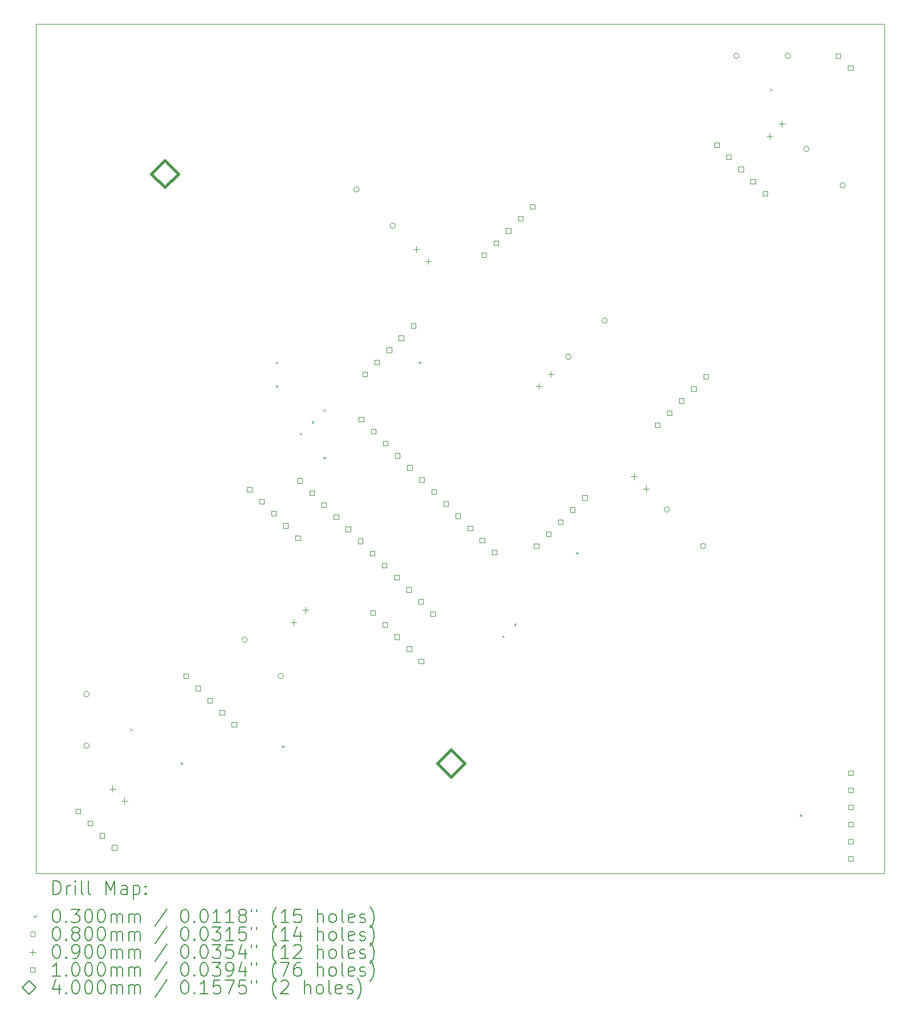
<source format=gbr>
%TF.GenerationSoftware,KiCad,Pcbnew,8.0.1*%
%TF.CreationDate,2024-04-24T16:38:48-04:00*%
%TF.ProjectId,RGBsensorBoard,52474273-656e-4736-9f72-426f6172642e,rev?*%
%TF.SameCoordinates,Original*%
%TF.FileFunction,Drillmap*%
%TF.FilePolarity,Positive*%
%FSLAX45Y45*%
G04 Gerber Fmt 4.5, Leading zero omitted, Abs format (unit mm)*
G04 Created by KiCad (PCBNEW 8.0.1) date 2024-04-24 16:38:48*
%MOMM*%
%LPD*%
G01*
G04 APERTURE LIST*
%ADD10C,0.050000*%
%ADD11C,0.200000*%
%ADD12C,0.100000*%
%ADD13C,0.400000*%
G04 APERTURE END LIST*
D10*
X13935568Y-1281242D02*
X13935567Y-13881242D01*
X1335568Y-13881242D01*
X1335568Y-1281242D01*
X13935568Y-1281242D01*
D11*
D12*
X2735000Y-11735000D02*
X2765000Y-11765000D01*
X2765000Y-11735000D02*
X2735000Y-11765000D01*
X3485000Y-12235000D02*
X3515000Y-12265000D01*
X3515000Y-12235000D02*
X3485000Y-12265000D01*
X4900029Y-6286425D02*
X4930029Y-6316425D01*
X4930029Y-6286425D02*
X4900029Y-6316425D01*
X4900029Y-6639978D02*
X4930029Y-6669978D01*
X4930029Y-6639978D02*
X4900029Y-6669978D01*
X4985000Y-11985000D02*
X5015000Y-12015000D01*
X5015000Y-11985000D02*
X4985000Y-12015000D01*
X5253582Y-7347085D02*
X5283582Y-7377085D01*
X5283582Y-7347085D02*
X5253582Y-7377085D01*
X5430359Y-7170309D02*
X5460359Y-7200309D01*
X5460359Y-7170309D02*
X5430359Y-7200309D01*
X5607136Y-6993532D02*
X5637136Y-7023532D01*
X5637136Y-6993532D02*
X5607136Y-7023532D01*
X5607136Y-7700639D02*
X5637136Y-7730639D01*
X5637136Y-7700639D02*
X5607136Y-7730639D01*
X7021349Y-6286425D02*
X7051349Y-6316425D01*
X7051349Y-6286425D02*
X7021349Y-6316425D01*
X8258786Y-10352289D02*
X8288786Y-10382289D01*
X8288786Y-10352289D02*
X8258786Y-10382289D01*
X8435563Y-10175512D02*
X8465563Y-10205512D01*
X8465563Y-10175512D02*
X8435563Y-10205512D01*
X9354802Y-9114852D02*
X9384802Y-9144852D01*
X9384802Y-9114852D02*
X9354802Y-9144852D01*
X12235000Y-2235000D02*
X12265000Y-2265000D01*
X12265000Y-2235000D02*
X12235000Y-2265000D01*
X12678203Y-13003939D02*
X12708203Y-13033939D01*
X12708203Y-13003939D02*
X12678203Y-13033939D01*
X2126602Y-11223726D02*
G75*
G02*
X2046602Y-11223726I-40000J0D01*
G01*
X2046602Y-11223726D02*
G75*
G02*
X2126602Y-11223726I40000J0D01*
G01*
X2126602Y-11985726D02*
G75*
G02*
X2046602Y-11985726I-40000J0D01*
G01*
X2046602Y-11985726D02*
G75*
G02*
X2126602Y-11985726I40000J0D01*
G01*
X4473489Y-10416079D02*
G75*
G02*
X4393489Y-10416079I-40000J0D01*
G01*
X4393489Y-10416079D02*
G75*
G02*
X4473489Y-10416079I40000J0D01*
G01*
X5012305Y-10954895D02*
G75*
G02*
X4932305Y-10954895I-40000J0D01*
G01*
X4932305Y-10954895D02*
G75*
G02*
X5012305Y-10954895I40000J0D01*
G01*
X6135190Y-3733920D02*
G75*
G02*
X6055190Y-3733920I-40000J0D01*
G01*
X6055190Y-3733920D02*
G75*
G02*
X6135190Y-3733920I40000J0D01*
G01*
X6674005Y-4272736D02*
G75*
G02*
X6594005Y-4272736I-40000J0D01*
G01*
X6594005Y-4272736D02*
G75*
G02*
X6674005Y-4272736I40000J0D01*
G01*
X9281815Y-6217279D02*
G75*
G02*
X9201815Y-6217279I-40000J0D01*
G01*
X9201815Y-6217279D02*
G75*
G02*
X9281815Y-6217279I40000J0D01*
G01*
X9820631Y-5678464D02*
G75*
G02*
X9740631Y-5678464I-40000J0D01*
G01*
X9740631Y-5678464D02*
G75*
G02*
X9820631Y-5678464I40000J0D01*
G01*
X10744819Y-8484971D02*
G75*
G02*
X10664819Y-8484971I-40000J0D01*
G01*
X10664819Y-8484971D02*
G75*
G02*
X10744819Y-8484971I40000J0D01*
G01*
X11283635Y-9023786D02*
G75*
G02*
X11203635Y-9023786I-40000J0D01*
G01*
X11203635Y-9023786D02*
G75*
G02*
X11283635Y-9023786I40000J0D01*
G01*
X11778000Y-1750000D02*
G75*
G02*
X11698000Y-1750000I-40000J0D01*
G01*
X11698000Y-1750000D02*
G75*
G02*
X11778000Y-1750000I40000J0D01*
G01*
X12540000Y-1750000D02*
G75*
G02*
X12460000Y-1750000I-40000J0D01*
G01*
X12460000Y-1750000D02*
G75*
G02*
X12540000Y-1750000I40000J0D01*
G01*
X12817349Y-3132880D02*
G75*
G02*
X12737349Y-3132880I-40000J0D01*
G01*
X12737349Y-3132880D02*
G75*
G02*
X12817349Y-3132880I40000J0D01*
G01*
X13356165Y-3671695D02*
G75*
G02*
X13276165Y-3671695I-40000J0D01*
G01*
X13276165Y-3671695D02*
G75*
G02*
X13356165Y-3671695I40000J0D01*
G01*
X2472682Y-12582202D02*
X2472682Y-12672202D01*
X2427682Y-12627202D02*
X2517682Y-12627202D01*
X2652287Y-12761807D02*
X2652287Y-12851807D01*
X2607287Y-12806807D02*
X2697287Y-12806807D01*
X5162516Y-10110157D02*
X5162516Y-10200157D01*
X5117516Y-10155157D02*
X5207516Y-10155157D01*
X5342121Y-9930552D02*
X5342121Y-10020552D01*
X5297121Y-9975552D02*
X5387121Y-9975552D01*
X6982256Y-4575986D02*
X6982256Y-4665986D01*
X6937256Y-4620986D02*
X7027256Y-4620986D01*
X7161861Y-4755591D02*
X7161861Y-4845591D01*
X7116861Y-4800591D02*
X7206861Y-4800591D01*
X8804116Y-6609978D02*
X8804116Y-6699978D01*
X8759116Y-6654978D02*
X8849116Y-6654978D01*
X8983721Y-6430373D02*
X8983721Y-6520373D01*
X8938721Y-6475373D02*
X9028721Y-6475373D01*
X10215501Y-7950653D02*
X10215501Y-8040653D01*
X10170501Y-7995653D02*
X10260501Y-7995653D01*
X10395106Y-8130258D02*
X10395106Y-8220258D01*
X10350106Y-8175258D02*
X10440106Y-8175258D01*
X12233584Y-2897668D02*
X12233584Y-2987668D01*
X12188584Y-2942668D02*
X12278584Y-2942668D01*
X12413189Y-2718063D02*
X12413189Y-2808063D01*
X12368189Y-2763063D02*
X12458189Y-2763063D01*
X1996540Y-12996540D02*
X1996540Y-12925829D01*
X1925829Y-12925829D01*
X1925829Y-12996540D01*
X1996540Y-12996540D01*
X2176146Y-13176145D02*
X2176146Y-13105434D01*
X2105434Y-13105434D01*
X2105434Y-13176145D01*
X2176146Y-13176145D01*
X2355751Y-13355751D02*
X2355751Y-13285039D01*
X2285039Y-13285039D01*
X2285039Y-13355751D01*
X2355751Y-13355751D01*
X2535356Y-13535356D02*
X2535356Y-13464644D01*
X2464644Y-13464644D01*
X2464644Y-13535356D01*
X2535356Y-13535356D01*
X3595568Y-10992372D02*
X3595568Y-10921660D01*
X3524857Y-10921660D01*
X3524857Y-10992372D01*
X3595568Y-10992372D01*
X3775173Y-11171977D02*
X3775173Y-11101266D01*
X3704462Y-11101266D01*
X3704462Y-11171977D01*
X3775173Y-11171977D01*
X3954778Y-11351582D02*
X3954778Y-11280871D01*
X3884067Y-11280871D01*
X3884067Y-11351582D01*
X3954778Y-11351582D01*
X4134383Y-11531187D02*
X4134383Y-11460476D01*
X4063672Y-11460476D01*
X4063672Y-11531187D01*
X4134383Y-11531187D01*
X4313989Y-11710792D02*
X4313989Y-11640081D01*
X4243277Y-11640081D01*
X4243277Y-11710792D01*
X4313989Y-11710792D01*
X4543091Y-8220513D02*
X4543091Y-8149802D01*
X4472380Y-8149802D01*
X4472380Y-8220513D01*
X4543091Y-8220513D01*
X4722696Y-8400118D02*
X4722696Y-8329407D01*
X4651985Y-8329407D01*
X4651985Y-8400118D01*
X4722696Y-8400118D01*
X4902301Y-8579724D02*
X4902301Y-8509012D01*
X4831590Y-8509012D01*
X4831590Y-8579724D01*
X4902301Y-8579724D01*
X5081907Y-8759329D02*
X5081907Y-8688617D01*
X5011195Y-8688617D01*
X5011195Y-8759329D01*
X5081907Y-8759329D01*
X5261512Y-8938934D02*
X5261512Y-8868222D01*
X5190800Y-8868222D01*
X5190800Y-8938934D01*
X5261512Y-8938934D01*
X5289796Y-8090406D02*
X5289796Y-8019694D01*
X5219085Y-8019694D01*
X5219085Y-8090406D01*
X5289796Y-8090406D01*
X5469401Y-8270011D02*
X5469401Y-8199299D01*
X5398690Y-8199299D01*
X5398690Y-8270011D01*
X5469401Y-8270011D01*
X5649006Y-8449616D02*
X5649006Y-8378904D01*
X5578295Y-8378904D01*
X5578295Y-8449616D01*
X5649006Y-8449616D01*
X5828611Y-8629221D02*
X5828611Y-8558510D01*
X5757900Y-8558510D01*
X5757900Y-8629221D01*
X5828611Y-8629221D01*
X6008216Y-8808826D02*
X6008216Y-8738115D01*
X5937505Y-8738115D01*
X5937505Y-8808826D01*
X6008216Y-8808826D01*
X6187821Y-8988431D02*
X6187821Y-8917720D01*
X6117110Y-8917720D01*
X6117110Y-8988431D01*
X6187821Y-8988431D01*
X6201964Y-7178238D02*
X6201964Y-7107526D01*
X6131252Y-7107526D01*
X6131252Y-7178238D01*
X6201964Y-7178238D01*
X6256411Y-6511436D02*
X6256411Y-6440725D01*
X6185699Y-6440725D01*
X6185699Y-6511436D01*
X6256411Y-6511436D01*
X6367427Y-9168036D02*
X6367427Y-9097325D01*
X6296715Y-9097325D01*
X6296715Y-9168036D01*
X6367427Y-9168036D01*
X6373083Y-10050506D02*
X6373083Y-9979794D01*
X6302372Y-9979794D01*
X6302372Y-10050506D01*
X6373083Y-10050506D01*
X6381569Y-7357843D02*
X6381569Y-7287131D01*
X6310857Y-7287131D01*
X6310857Y-7357843D01*
X6381569Y-7357843D01*
X6436016Y-6331831D02*
X6436016Y-6261120D01*
X6365304Y-6261120D01*
X6365304Y-6331831D01*
X6436016Y-6331831D01*
X6547032Y-9347642D02*
X6547032Y-9276930D01*
X6476320Y-9276930D01*
X6476320Y-9347642D01*
X6547032Y-9347642D01*
X6552688Y-10230111D02*
X6552688Y-10159399D01*
X6481977Y-10159399D01*
X6481977Y-10230111D01*
X6552688Y-10230111D01*
X6561174Y-7537448D02*
X6561174Y-7466737D01*
X6490462Y-7466737D01*
X6490462Y-7537448D01*
X6561174Y-7537448D01*
X6615621Y-6152226D02*
X6615621Y-6081515D01*
X6544910Y-6081515D01*
X6544910Y-6152226D01*
X6615621Y-6152226D01*
X6726637Y-9527247D02*
X6726637Y-9456535D01*
X6655925Y-9456535D01*
X6655925Y-9527247D01*
X6726637Y-9527247D01*
X6732294Y-10409716D02*
X6732294Y-10339005D01*
X6661582Y-10339005D01*
X6661582Y-10409716D01*
X6732294Y-10409716D01*
X6740779Y-7717053D02*
X6740779Y-7646342D01*
X6670068Y-7646342D01*
X6670068Y-7717053D01*
X6740779Y-7717053D01*
X6795226Y-5972621D02*
X6795226Y-5901909D01*
X6724515Y-5901909D01*
X6724515Y-5972621D01*
X6795226Y-5972621D01*
X6906242Y-9706852D02*
X6906242Y-9636140D01*
X6835531Y-9636140D01*
X6835531Y-9706852D01*
X6906242Y-9706852D01*
X6911899Y-10589321D02*
X6911899Y-10518610D01*
X6841187Y-10518610D01*
X6841187Y-10589321D01*
X6911899Y-10589321D01*
X6920384Y-7896658D02*
X6920384Y-7825947D01*
X6849673Y-7825947D01*
X6849673Y-7896658D01*
X6920384Y-7896658D01*
X6974831Y-5793016D02*
X6974831Y-5722304D01*
X6904120Y-5722304D01*
X6904120Y-5793016D01*
X6974831Y-5793016D01*
X7085847Y-9886457D02*
X7085847Y-9815745D01*
X7015136Y-9815745D01*
X7015136Y-9886457D01*
X7085847Y-9886457D01*
X7091504Y-10768926D02*
X7091504Y-10698215D01*
X7020792Y-10698215D01*
X7020792Y-10768926D01*
X7091504Y-10768926D01*
X7099989Y-8076263D02*
X7099989Y-8005552D01*
X7029278Y-8005552D01*
X7029278Y-8076263D01*
X7099989Y-8076263D01*
X7265452Y-10066062D02*
X7265452Y-9995351D01*
X7194741Y-9995351D01*
X7194741Y-10066062D01*
X7265452Y-10066062D01*
X7279594Y-8255868D02*
X7279594Y-8185157D01*
X7208883Y-8185157D01*
X7208883Y-8255868D01*
X7279594Y-8255868D01*
X7459199Y-8435474D02*
X7459199Y-8364762D01*
X7388488Y-8364762D01*
X7388488Y-8435474D01*
X7459199Y-8435474D01*
X7638805Y-8615079D02*
X7638805Y-8544367D01*
X7568093Y-8544367D01*
X7568093Y-8615079D01*
X7638805Y-8615079D01*
X7818410Y-8794684D02*
X7818410Y-8723973D01*
X7747698Y-8723973D01*
X7747698Y-8794684D01*
X7818410Y-8794684D01*
X7998015Y-8974289D02*
X7998015Y-8903578D01*
X7927303Y-8903578D01*
X7927303Y-8974289D01*
X7998015Y-8974289D01*
X8027006Y-4740841D02*
X8027006Y-4670129D01*
X7956295Y-4670129D01*
X7956295Y-4740841D01*
X8027006Y-4740841D01*
X8177620Y-9153894D02*
X8177620Y-9083183D01*
X8106908Y-9083183D01*
X8106908Y-9153894D01*
X8177620Y-9153894D01*
X8206611Y-4561236D02*
X8206611Y-4490524D01*
X8135900Y-4490524D01*
X8135900Y-4561236D01*
X8206611Y-4561236D01*
X8386216Y-4381631D02*
X8386216Y-4310919D01*
X8315505Y-4310919D01*
X8315505Y-4381631D01*
X8386216Y-4381631D01*
X8565822Y-4202025D02*
X8565822Y-4131314D01*
X8495110Y-4131314D01*
X8495110Y-4202025D01*
X8565822Y-4202025D01*
X8745427Y-4022420D02*
X8745427Y-3951709D01*
X8674715Y-3951709D01*
X8674715Y-4022420D01*
X8745427Y-4022420D01*
X8801288Y-9061970D02*
X8801288Y-8991259D01*
X8730577Y-8991259D01*
X8730577Y-9061970D01*
X8801288Y-9061970D01*
X8980893Y-8882365D02*
X8980893Y-8811654D01*
X8910182Y-8811654D01*
X8910182Y-8882365D01*
X8980893Y-8882365D01*
X9160498Y-8702760D02*
X9160498Y-8632049D01*
X9089787Y-8632049D01*
X9089787Y-8702760D01*
X9160498Y-8702760D01*
X9340104Y-8523155D02*
X9340104Y-8452444D01*
X9269392Y-8452444D01*
X9269392Y-8523155D01*
X9340104Y-8523155D01*
X9519709Y-8343550D02*
X9519709Y-8272838D01*
X9448997Y-8272838D01*
X9448997Y-8343550D01*
X9519709Y-8343550D01*
X10598754Y-7264505D02*
X10598754Y-7193793D01*
X10528042Y-7193793D01*
X10528042Y-7264505D01*
X10598754Y-7264505D01*
X10778359Y-7084900D02*
X10778359Y-7014188D01*
X10707647Y-7014188D01*
X10707647Y-7084900D01*
X10778359Y-7084900D01*
X10957964Y-6905295D02*
X10957964Y-6834583D01*
X10887253Y-6834583D01*
X10887253Y-6905295D01*
X10957964Y-6905295D01*
X11137569Y-6725689D02*
X11137569Y-6654978D01*
X11066858Y-6654978D01*
X11066858Y-6725689D01*
X11137569Y-6725689D01*
X11317174Y-6546084D02*
X11317174Y-6475373D01*
X11246463Y-6475373D01*
X11246463Y-6546084D01*
X11317174Y-6546084D01*
X11479809Y-3108131D02*
X11479809Y-3037420D01*
X11409097Y-3037420D01*
X11409097Y-3108131D01*
X11479809Y-3108131D01*
X11659414Y-3287736D02*
X11659414Y-3217025D01*
X11588702Y-3217025D01*
X11588702Y-3287736D01*
X11659414Y-3287736D01*
X11839019Y-3467341D02*
X11839019Y-3396630D01*
X11768307Y-3396630D01*
X11768307Y-3467341D01*
X11839019Y-3467341D01*
X12018624Y-3646947D02*
X12018624Y-3576235D01*
X11947913Y-3576235D01*
X11947913Y-3646947D01*
X12018624Y-3646947D01*
X12198229Y-3826552D02*
X12198229Y-3755840D01*
X12127518Y-3755840D01*
X12127518Y-3826552D01*
X12198229Y-3826552D01*
X13285356Y-1785356D02*
X13285356Y-1714644D01*
X13214644Y-1714644D01*
X13214644Y-1785356D01*
X13285356Y-1785356D01*
X13464961Y-1964961D02*
X13464961Y-1894249D01*
X13394249Y-1894249D01*
X13394249Y-1964961D01*
X13464961Y-1964961D01*
X13471021Y-12427204D02*
X13471021Y-12356492D01*
X13400310Y-12356492D01*
X13400310Y-12427204D01*
X13471021Y-12427204D01*
X13471021Y-12681204D02*
X13471021Y-12610492D01*
X13400310Y-12610492D01*
X13400310Y-12681204D01*
X13471021Y-12681204D01*
X13471021Y-12935204D02*
X13471021Y-12864492D01*
X13400310Y-12864492D01*
X13400310Y-12935204D01*
X13471021Y-12935204D01*
X13471021Y-13189204D02*
X13471021Y-13118492D01*
X13400310Y-13118492D01*
X13400310Y-13189204D01*
X13471021Y-13189204D01*
X13471021Y-13443204D02*
X13471021Y-13372492D01*
X13400310Y-13372492D01*
X13400310Y-13443204D01*
X13471021Y-13443204D01*
X13471021Y-13697204D02*
X13471021Y-13626492D01*
X13400310Y-13626492D01*
X13400310Y-13697204D01*
X13471021Y-13697204D01*
D13*
X3250000Y-3700000D02*
X3450000Y-3500000D01*
X3250000Y-3300000D01*
X3050000Y-3500000D01*
X3250000Y-3700000D01*
X7500000Y-12450000D02*
X7700000Y-12250000D01*
X7500000Y-12050000D01*
X7300000Y-12250000D01*
X7500000Y-12450000D01*
D11*
X1593844Y-14195226D02*
X1593844Y-13995226D01*
X1593844Y-13995226D02*
X1641463Y-13995226D01*
X1641463Y-13995226D02*
X1670035Y-14004750D01*
X1670035Y-14004750D02*
X1689082Y-14023798D01*
X1689082Y-14023798D02*
X1698606Y-14042845D01*
X1698606Y-14042845D02*
X1708130Y-14080940D01*
X1708130Y-14080940D02*
X1708130Y-14109512D01*
X1708130Y-14109512D02*
X1698606Y-14147607D01*
X1698606Y-14147607D02*
X1689082Y-14166655D01*
X1689082Y-14166655D02*
X1670035Y-14185702D01*
X1670035Y-14185702D02*
X1641463Y-14195226D01*
X1641463Y-14195226D02*
X1593844Y-14195226D01*
X1793844Y-14195226D02*
X1793844Y-14061893D01*
X1793844Y-14099988D02*
X1803368Y-14080940D01*
X1803368Y-14080940D02*
X1812892Y-14071417D01*
X1812892Y-14071417D02*
X1831940Y-14061893D01*
X1831940Y-14061893D02*
X1850987Y-14061893D01*
X1917654Y-14195226D02*
X1917654Y-14061893D01*
X1917654Y-13995226D02*
X1908130Y-14004750D01*
X1908130Y-14004750D02*
X1917654Y-14014274D01*
X1917654Y-14014274D02*
X1927178Y-14004750D01*
X1927178Y-14004750D02*
X1917654Y-13995226D01*
X1917654Y-13995226D02*
X1917654Y-14014274D01*
X2041463Y-14195226D02*
X2022416Y-14185702D01*
X2022416Y-14185702D02*
X2012892Y-14166655D01*
X2012892Y-14166655D02*
X2012892Y-13995226D01*
X2146225Y-14195226D02*
X2127178Y-14185702D01*
X2127178Y-14185702D02*
X2117654Y-14166655D01*
X2117654Y-14166655D02*
X2117654Y-13995226D01*
X2374797Y-14195226D02*
X2374797Y-13995226D01*
X2374797Y-13995226D02*
X2441464Y-14138083D01*
X2441464Y-14138083D02*
X2508130Y-13995226D01*
X2508130Y-13995226D02*
X2508130Y-14195226D01*
X2689083Y-14195226D02*
X2689083Y-14090464D01*
X2689083Y-14090464D02*
X2679559Y-14071417D01*
X2679559Y-14071417D02*
X2660511Y-14061893D01*
X2660511Y-14061893D02*
X2622416Y-14061893D01*
X2622416Y-14061893D02*
X2603368Y-14071417D01*
X2689083Y-14185702D02*
X2670035Y-14195226D01*
X2670035Y-14195226D02*
X2622416Y-14195226D01*
X2622416Y-14195226D02*
X2603368Y-14185702D01*
X2603368Y-14185702D02*
X2593844Y-14166655D01*
X2593844Y-14166655D02*
X2593844Y-14147607D01*
X2593844Y-14147607D02*
X2603368Y-14128559D01*
X2603368Y-14128559D02*
X2622416Y-14119036D01*
X2622416Y-14119036D02*
X2670035Y-14119036D01*
X2670035Y-14119036D02*
X2689083Y-14109512D01*
X2784321Y-14061893D02*
X2784321Y-14261893D01*
X2784321Y-14071417D02*
X2803368Y-14061893D01*
X2803368Y-14061893D02*
X2841463Y-14061893D01*
X2841463Y-14061893D02*
X2860511Y-14071417D01*
X2860511Y-14071417D02*
X2870035Y-14080940D01*
X2870035Y-14080940D02*
X2879559Y-14099988D01*
X2879559Y-14099988D02*
X2879559Y-14157131D01*
X2879559Y-14157131D02*
X2870035Y-14176178D01*
X2870035Y-14176178D02*
X2860511Y-14185702D01*
X2860511Y-14185702D02*
X2841463Y-14195226D01*
X2841463Y-14195226D02*
X2803368Y-14195226D01*
X2803368Y-14195226D02*
X2784321Y-14185702D01*
X2965273Y-14176178D02*
X2974797Y-14185702D01*
X2974797Y-14185702D02*
X2965273Y-14195226D01*
X2965273Y-14195226D02*
X2955749Y-14185702D01*
X2955749Y-14185702D02*
X2965273Y-14176178D01*
X2965273Y-14176178D02*
X2965273Y-14195226D01*
X2965273Y-14071417D02*
X2974797Y-14080940D01*
X2974797Y-14080940D02*
X2965273Y-14090464D01*
X2965273Y-14090464D02*
X2955749Y-14080940D01*
X2955749Y-14080940D02*
X2965273Y-14071417D01*
X2965273Y-14071417D02*
X2965273Y-14090464D01*
D12*
X1303068Y-14508742D02*
X1333068Y-14538742D01*
X1333068Y-14508742D02*
X1303068Y-14538742D01*
D11*
X1631940Y-14415226D02*
X1650987Y-14415226D01*
X1650987Y-14415226D02*
X1670035Y-14424750D01*
X1670035Y-14424750D02*
X1679559Y-14434274D01*
X1679559Y-14434274D02*
X1689082Y-14453321D01*
X1689082Y-14453321D02*
X1698606Y-14491417D01*
X1698606Y-14491417D02*
X1698606Y-14539036D01*
X1698606Y-14539036D02*
X1689082Y-14577131D01*
X1689082Y-14577131D02*
X1679559Y-14596178D01*
X1679559Y-14596178D02*
X1670035Y-14605702D01*
X1670035Y-14605702D02*
X1650987Y-14615226D01*
X1650987Y-14615226D02*
X1631940Y-14615226D01*
X1631940Y-14615226D02*
X1612892Y-14605702D01*
X1612892Y-14605702D02*
X1603368Y-14596178D01*
X1603368Y-14596178D02*
X1593844Y-14577131D01*
X1593844Y-14577131D02*
X1584321Y-14539036D01*
X1584321Y-14539036D02*
X1584321Y-14491417D01*
X1584321Y-14491417D02*
X1593844Y-14453321D01*
X1593844Y-14453321D02*
X1603368Y-14434274D01*
X1603368Y-14434274D02*
X1612892Y-14424750D01*
X1612892Y-14424750D02*
X1631940Y-14415226D01*
X1784321Y-14596178D02*
X1793844Y-14605702D01*
X1793844Y-14605702D02*
X1784321Y-14615226D01*
X1784321Y-14615226D02*
X1774797Y-14605702D01*
X1774797Y-14605702D02*
X1784321Y-14596178D01*
X1784321Y-14596178D02*
X1784321Y-14615226D01*
X1860511Y-14415226D02*
X1984321Y-14415226D01*
X1984321Y-14415226D02*
X1917654Y-14491417D01*
X1917654Y-14491417D02*
X1946225Y-14491417D01*
X1946225Y-14491417D02*
X1965273Y-14500940D01*
X1965273Y-14500940D02*
X1974797Y-14510464D01*
X1974797Y-14510464D02*
X1984321Y-14529512D01*
X1984321Y-14529512D02*
X1984321Y-14577131D01*
X1984321Y-14577131D02*
X1974797Y-14596178D01*
X1974797Y-14596178D02*
X1965273Y-14605702D01*
X1965273Y-14605702D02*
X1946225Y-14615226D01*
X1946225Y-14615226D02*
X1889082Y-14615226D01*
X1889082Y-14615226D02*
X1870035Y-14605702D01*
X1870035Y-14605702D02*
X1860511Y-14596178D01*
X2108130Y-14415226D02*
X2127178Y-14415226D01*
X2127178Y-14415226D02*
X2146225Y-14424750D01*
X2146225Y-14424750D02*
X2155749Y-14434274D01*
X2155749Y-14434274D02*
X2165273Y-14453321D01*
X2165273Y-14453321D02*
X2174797Y-14491417D01*
X2174797Y-14491417D02*
X2174797Y-14539036D01*
X2174797Y-14539036D02*
X2165273Y-14577131D01*
X2165273Y-14577131D02*
X2155749Y-14596178D01*
X2155749Y-14596178D02*
X2146225Y-14605702D01*
X2146225Y-14605702D02*
X2127178Y-14615226D01*
X2127178Y-14615226D02*
X2108130Y-14615226D01*
X2108130Y-14615226D02*
X2089082Y-14605702D01*
X2089082Y-14605702D02*
X2079559Y-14596178D01*
X2079559Y-14596178D02*
X2070035Y-14577131D01*
X2070035Y-14577131D02*
X2060511Y-14539036D01*
X2060511Y-14539036D02*
X2060511Y-14491417D01*
X2060511Y-14491417D02*
X2070035Y-14453321D01*
X2070035Y-14453321D02*
X2079559Y-14434274D01*
X2079559Y-14434274D02*
X2089082Y-14424750D01*
X2089082Y-14424750D02*
X2108130Y-14415226D01*
X2298606Y-14415226D02*
X2317654Y-14415226D01*
X2317654Y-14415226D02*
X2336702Y-14424750D01*
X2336702Y-14424750D02*
X2346225Y-14434274D01*
X2346225Y-14434274D02*
X2355749Y-14453321D01*
X2355749Y-14453321D02*
X2365273Y-14491417D01*
X2365273Y-14491417D02*
X2365273Y-14539036D01*
X2365273Y-14539036D02*
X2355749Y-14577131D01*
X2355749Y-14577131D02*
X2346225Y-14596178D01*
X2346225Y-14596178D02*
X2336702Y-14605702D01*
X2336702Y-14605702D02*
X2317654Y-14615226D01*
X2317654Y-14615226D02*
X2298606Y-14615226D01*
X2298606Y-14615226D02*
X2279559Y-14605702D01*
X2279559Y-14605702D02*
X2270035Y-14596178D01*
X2270035Y-14596178D02*
X2260511Y-14577131D01*
X2260511Y-14577131D02*
X2250987Y-14539036D01*
X2250987Y-14539036D02*
X2250987Y-14491417D01*
X2250987Y-14491417D02*
X2260511Y-14453321D01*
X2260511Y-14453321D02*
X2270035Y-14434274D01*
X2270035Y-14434274D02*
X2279559Y-14424750D01*
X2279559Y-14424750D02*
X2298606Y-14415226D01*
X2450987Y-14615226D02*
X2450987Y-14481893D01*
X2450987Y-14500940D02*
X2460511Y-14491417D01*
X2460511Y-14491417D02*
X2479559Y-14481893D01*
X2479559Y-14481893D02*
X2508130Y-14481893D01*
X2508130Y-14481893D02*
X2527178Y-14491417D01*
X2527178Y-14491417D02*
X2536702Y-14510464D01*
X2536702Y-14510464D02*
X2536702Y-14615226D01*
X2536702Y-14510464D02*
X2546225Y-14491417D01*
X2546225Y-14491417D02*
X2565273Y-14481893D01*
X2565273Y-14481893D02*
X2593844Y-14481893D01*
X2593844Y-14481893D02*
X2612892Y-14491417D01*
X2612892Y-14491417D02*
X2622416Y-14510464D01*
X2622416Y-14510464D02*
X2622416Y-14615226D01*
X2717654Y-14615226D02*
X2717654Y-14481893D01*
X2717654Y-14500940D02*
X2727178Y-14491417D01*
X2727178Y-14491417D02*
X2746225Y-14481893D01*
X2746225Y-14481893D02*
X2774797Y-14481893D01*
X2774797Y-14481893D02*
X2793845Y-14491417D01*
X2793845Y-14491417D02*
X2803368Y-14510464D01*
X2803368Y-14510464D02*
X2803368Y-14615226D01*
X2803368Y-14510464D02*
X2812892Y-14491417D01*
X2812892Y-14491417D02*
X2831940Y-14481893D01*
X2831940Y-14481893D02*
X2860511Y-14481893D01*
X2860511Y-14481893D02*
X2879559Y-14491417D01*
X2879559Y-14491417D02*
X2889083Y-14510464D01*
X2889083Y-14510464D02*
X2889083Y-14615226D01*
X3279559Y-14405702D02*
X3108130Y-14662845D01*
X3536702Y-14415226D02*
X3555749Y-14415226D01*
X3555749Y-14415226D02*
X3574797Y-14424750D01*
X3574797Y-14424750D02*
X3584321Y-14434274D01*
X3584321Y-14434274D02*
X3593845Y-14453321D01*
X3593845Y-14453321D02*
X3603368Y-14491417D01*
X3603368Y-14491417D02*
X3603368Y-14539036D01*
X3603368Y-14539036D02*
X3593845Y-14577131D01*
X3593845Y-14577131D02*
X3584321Y-14596178D01*
X3584321Y-14596178D02*
X3574797Y-14605702D01*
X3574797Y-14605702D02*
X3555749Y-14615226D01*
X3555749Y-14615226D02*
X3536702Y-14615226D01*
X3536702Y-14615226D02*
X3517654Y-14605702D01*
X3517654Y-14605702D02*
X3508130Y-14596178D01*
X3508130Y-14596178D02*
X3498606Y-14577131D01*
X3498606Y-14577131D02*
X3489083Y-14539036D01*
X3489083Y-14539036D02*
X3489083Y-14491417D01*
X3489083Y-14491417D02*
X3498606Y-14453321D01*
X3498606Y-14453321D02*
X3508130Y-14434274D01*
X3508130Y-14434274D02*
X3517654Y-14424750D01*
X3517654Y-14424750D02*
X3536702Y-14415226D01*
X3689083Y-14596178D02*
X3698606Y-14605702D01*
X3698606Y-14605702D02*
X3689083Y-14615226D01*
X3689083Y-14615226D02*
X3679559Y-14605702D01*
X3679559Y-14605702D02*
X3689083Y-14596178D01*
X3689083Y-14596178D02*
X3689083Y-14615226D01*
X3822416Y-14415226D02*
X3841464Y-14415226D01*
X3841464Y-14415226D02*
X3860511Y-14424750D01*
X3860511Y-14424750D02*
X3870035Y-14434274D01*
X3870035Y-14434274D02*
X3879559Y-14453321D01*
X3879559Y-14453321D02*
X3889083Y-14491417D01*
X3889083Y-14491417D02*
X3889083Y-14539036D01*
X3889083Y-14539036D02*
X3879559Y-14577131D01*
X3879559Y-14577131D02*
X3870035Y-14596178D01*
X3870035Y-14596178D02*
X3860511Y-14605702D01*
X3860511Y-14605702D02*
X3841464Y-14615226D01*
X3841464Y-14615226D02*
X3822416Y-14615226D01*
X3822416Y-14615226D02*
X3803368Y-14605702D01*
X3803368Y-14605702D02*
X3793845Y-14596178D01*
X3793845Y-14596178D02*
X3784321Y-14577131D01*
X3784321Y-14577131D02*
X3774797Y-14539036D01*
X3774797Y-14539036D02*
X3774797Y-14491417D01*
X3774797Y-14491417D02*
X3784321Y-14453321D01*
X3784321Y-14453321D02*
X3793845Y-14434274D01*
X3793845Y-14434274D02*
X3803368Y-14424750D01*
X3803368Y-14424750D02*
X3822416Y-14415226D01*
X4079559Y-14615226D02*
X3965273Y-14615226D01*
X4022416Y-14615226D02*
X4022416Y-14415226D01*
X4022416Y-14415226D02*
X4003368Y-14443798D01*
X4003368Y-14443798D02*
X3984321Y-14462845D01*
X3984321Y-14462845D02*
X3965273Y-14472369D01*
X4270035Y-14615226D02*
X4155749Y-14615226D01*
X4212892Y-14615226D02*
X4212892Y-14415226D01*
X4212892Y-14415226D02*
X4193845Y-14443798D01*
X4193845Y-14443798D02*
X4174797Y-14462845D01*
X4174797Y-14462845D02*
X4155749Y-14472369D01*
X4384321Y-14500940D02*
X4365273Y-14491417D01*
X4365273Y-14491417D02*
X4355749Y-14481893D01*
X4355749Y-14481893D02*
X4346226Y-14462845D01*
X4346226Y-14462845D02*
X4346226Y-14453321D01*
X4346226Y-14453321D02*
X4355749Y-14434274D01*
X4355749Y-14434274D02*
X4365273Y-14424750D01*
X4365273Y-14424750D02*
X4384321Y-14415226D01*
X4384321Y-14415226D02*
X4422416Y-14415226D01*
X4422416Y-14415226D02*
X4441464Y-14424750D01*
X4441464Y-14424750D02*
X4450988Y-14434274D01*
X4450988Y-14434274D02*
X4460511Y-14453321D01*
X4460511Y-14453321D02*
X4460511Y-14462845D01*
X4460511Y-14462845D02*
X4450988Y-14481893D01*
X4450988Y-14481893D02*
X4441464Y-14491417D01*
X4441464Y-14491417D02*
X4422416Y-14500940D01*
X4422416Y-14500940D02*
X4384321Y-14500940D01*
X4384321Y-14500940D02*
X4365273Y-14510464D01*
X4365273Y-14510464D02*
X4355749Y-14519988D01*
X4355749Y-14519988D02*
X4346226Y-14539036D01*
X4346226Y-14539036D02*
X4346226Y-14577131D01*
X4346226Y-14577131D02*
X4355749Y-14596178D01*
X4355749Y-14596178D02*
X4365273Y-14605702D01*
X4365273Y-14605702D02*
X4384321Y-14615226D01*
X4384321Y-14615226D02*
X4422416Y-14615226D01*
X4422416Y-14615226D02*
X4441464Y-14605702D01*
X4441464Y-14605702D02*
X4450988Y-14596178D01*
X4450988Y-14596178D02*
X4460511Y-14577131D01*
X4460511Y-14577131D02*
X4460511Y-14539036D01*
X4460511Y-14539036D02*
X4450988Y-14519988D01*
X4450988Y-14519988D02*
X4441464Y-14510464D01*
X4441464Y-14510464D02*
X4422416Y-14500940D01*
X4536702Y-14415226D02*
X4536702Y-14453321D01*
X4612892Y-14415226D02*
X4612892Y-14453321D01*
X4908131Y-14691417D02*
X4898607Y-14681893D01*
X4898607Y-14681893D02*
X4879559Y-14653321D01*
X4879559Y-14653321D02*
X4870035Y-14634274D01*
X4870035Y-14634274D02*
X4860511Y-14605702D01*
X4860511Y-14605702D02*
X4850988Y-14558083D01*
X4850988Y-14558083D02*
X4850988Y-14519988D01*
X4850988Y-14519988D02*
X4860511Y-14472369D01*
X4860511Y-14472369D02*
X4870035Y-14443798D01*
X4870035Y-14443798D02*
X4879559Y-14424750D01*
X4879559Y-14424750D02*
X4898607Y-14396178D01*
X4898607Y-14396178D02*
X4908131Y-14386655D01*
X5089083Y-14615226D02*
X4974797Y-14615226D01*
X5031940Y-14615226D02*
X5031940Y-14415226D01*
X5031940Y-14415226D02*
X5012892Y-14443798D01*
X5012892Y-14443798D02*
X4993845Y-14462845D01*
X4993845Y-14462845D02*
X4974797Y-14472369D01*
X5270035Y-14415226D02*
X5174797Y-14415226D01*
X5174797Y-14415226D02*
X5165273Y-14510464D01*
X5165273Y-14510464D02*
X5174797Y-14500940D01*
X5174797Y-14500940D02*
X5193845Y-14491417D01*
X5193845Y-14491417D02*
X5241464Y-14491417D01*
X5241464Y-14491417D02*
X5260511Y-14500940D01*
X5260511Y-14500940D02*
X5270035Y-14510464D01*
X5270035Y-14510464D02*
X5279559Y-14529512D01*
X5279559Y-14529512D02*
X5279559Y-14577131D01*
X5279559Y-14577131D02*
X5270035Y-14596178D01*
X5270035Y-14596178D02*
X5260511Y-14605702D01*
X5260511Y-14605702D02*
X5241464Y-14615226D01*
X5241464Y-14615226D02*
X5193845Y-14615226D01*
X5193845Y-14615226D02*
X5174797Y-14605702D01*
X5174797Y-14605702D02*
X5165273Y-14596178D01*
X5517654Y-14615226D02*
X5517654Y-14415226D01*
X5603369Y-14615226D02*
X5603369Y-14510464D01*
X5603369Y-14510464D02*
X5593845Y-14491417D01*
X5593845Y-14491417D02*
X5574797Y-14481893D01*
X5574797Y-14481893D02*
X5546226Y-14481893D01*
X5546226Y-14481893D02*
X5527178Y-14491417D01*
X5527178Y-14491417D02*
X5517654Y-14500940D01*
X5727178Y-14615226D02*
X5708130Y-14605702D01*
X5708130Y-14605702D02*
X5698607Y-14596178D01*
X5698607Y-14596178D02*
X5689083Y-14577131D01*
X5689083Y-14577131D02*
X5689083Y-14519988D01*
X5689083Y-14519988D02*
X5698607Y-14500940D01*
X5698607Y-14500940D02*
X5708130Y-14491417D01*
X5708130Y-14491417D02*
X5727178Y-14481893D01*
X5727178Y-14481893D02*
X5755750Y-14481893D01*
X5755750Y-14481893D02*
X5774797Y-14491417D01*
X5774797Y-14491417D02*
X5784321Y-14500940D01*
X5784321Y-14500940D02*
X5793845Y-14519988D01*
X5793845Y-14519988D02*
X5793845Y-14577131D01*
X5793845Y-14577131D02*
X5784321Y-14596178D01*
X5784321Y-14596178D02*
X5774797Y-14605702D01*
X5774797Y-14605702D02*
X5755750Y-14615226D01*
X5755750Y-14615226D02*
X5727178Y-14615226D01*
X5908130Y-14615226D02*
X5889083Y-14605702D01*
X5889083Y-14605702D02*
X5879559Y-14586655D01*
X5879559Y-14586655D02*
X5879559Y-14415226D01*
X6060511Y-14605702D02*
X6041464Y-14615226D01*
X6041464Y-14615226D02*
X6003369Y-14615226D01*
X6003369Y-14615226D02*
X5984321Y-14605702D01*
X5984321Y-14605702D02*
X5974797Y-14586655D01*
X5974797Y-14586655D02*
X5974797Y-14510464D01*
X5974797Y-14510464D02*
X5984321Y-14491417D01*
X5984321Y-14491417D02*
X6003369Y-14481893D01*
X6003369Y-14481893D02*
X6041464Y-14481893D01*
X6041464Y-14481893D02*
X6060511Y-14491417D01*
X6060511Y-14491417D02*
X6070035Y-14510464D01*
X6070035Y-14510464D02*
X6070035Y-14529512D01*
X6070035Y-14529512D02*
X5974797Y-14548559D01*
X6146226Y-14605702D02*
X6165273Y-14615226D01*
X6165273Y-14615226D02*
X6203369Y-14615226D01*
X6203369Y-14615226D02*
X6222416Y-14605702D01*
X6222416Y-14605702D02*
X6231940Y-14586655D01*
X6231940Y-14586655D02*
X6231940Y-14577131D01*
X6231940Y-14577131D02*
X6222416Y-14558083D01*
X6222416Y-14558083D02*
X6203369Y-14548559D01*
X6203369Y-14548559D02*
X6174797Y-14548559D01*
X6174797Y-14548559D02*
X6155750Y-14539036D01*
X6155750Y-14539036D02*
X6146226Y-14519988D01*
X6146226Y-14519988D02*
X6146226Y-14510464D01*
X6146226Y-14510464D02*
X6155750Y-14491417D01*
X6155750Y-14491417D02*
X6174797Y-14481893D01*
X6174797Y-14481893D02*
X6203369Y-14481893D01*
X6203369Y-14481893D02*
X6222416Y-14491417D01*
X6298607Y-14691417D02*
X6308131Y-14681893D01*
X6308131Y-14681893D02*
X6327178Y-14653321D01*
X6327178Y-14653321D02*
X6336702Y-14634274D01*
X6336702Y-14634274D02*
X6346226Y-14605702D01*
X6346226Y-14605702D02*
X6355750Y-14558083D01*
X6355750Y-14558083D02*
X6355750Y-14519988D01*
X6355750Y-14519988D02*
X6346226Y-14472369D01*
X6346226Y-14472369D02*
X6336702Y-14443798D01*
X6336702Y-14443798D02*
X6327178Y-14424750D01*
X6327178Y-14424750D02*
X6308131Y-14396178D01*
X6308131Y-14396178D02*
X6298607Y-14386655D01*
D12*
X1333068Y-14787742D02*
G75*
G02*
X1253068Y-14787742I-40000J0D01*
G01*
X1253068Y-14787742D02*
G75*
G02*
X1333068Y-14787742I40000J0D01*
G01*
D11*
X1631940Y-14679226D02*
X1650987Y-14679226D01*
X1650987Y-14679226D02*
X1670035Y-14688750D01*
X1670035Y-14688750D02*
X1679559Y-14698274D01*
X1679559Y-14698274D02*
X1689082Y-14717321D01*
X1689082Y-14717321D02*
X1698606Y-14755417D01*
X1698606Y-14755417D02*
X1698606Y-14803036D01*
X1698606Y-14803036D02*
X1689082Y-14841131D01*
X1689082Y-14841131D02*
X1679559Y-14860178D01*
X1679559Y-14860178D02*
X1670035Y-14869702D01*
X1670035Y-14869702D02*
X1650987Y-14879226D01*
X1650987Y-14879226D02*
X1631940Y-14879226D01*
X1631940Y-14879226D02*
X1612892Y-14869702D01*
X1612892Y-14869702D02*
X1603368Y-14860178D01*
X1603368Y-14860178D02*
X1593844Y-14841131D01*
X1593844Y-14841131D02*
X1584321Y-14803036D01*
X1584321Y-14803036D02*
X1584321Y-14755417D01*
X1584321Y-14755417D02*
X1593844Y-14717321D01*
X1593844Y-14717321D02*
X1603368Y-14698274D01*
X1603368Y-14698274D02*
X1612892Y-14688750D01*
X1612892Y-14688750D02*
X1631940Y-14679226D01*
X1784321Y-14860178D02*
X1793844Y-14869702D01*
X1793844Y-14869702D02*
X1784321Y-14879226D01*
X1784321Y-14879226D02*
X1774797Y-14869702D01*
X1774797Y-14869702D02*
X1784321Y-14860178D01*
X1784321Y-14860178D02*
X1784321Y-14879226D01*
X1908130Y-14764940D02*
X1889082Y-14755417D01*
X1889082Y-14755417D02*
X1879559Y-14745893D01*
X1879559Y-14745893D02*
X1870035Y-14726845D01*
X1870035Y-14726845D02*
X1870035Y-14717321D01*
X1870035Y-14717321D02*
X1879559Y-14698274D01*
X1879559Y-14698274D02*
X1889082Y-14688750D01*
X1889082Y-14688750D02*
X1908130Y-14679226D01*
X1908130Y-14679226D02*
X1946225Y-14679226D01*
X1946225Y-14679226D02*
X1965273Y-14688750D01*
X1965273Y-14688750D02*
X1974797Y-14698274D01*
X1974797Y-14698274D02*
X1984321Y-14717321D01*
X1984321Y-14717321D02*
X1984321Y-14726845D01*
X1984321Y-14726845D02*
X1974797Y-14745893D01*
X1974797Y-14745893D02*
X1965273Y-14755417D01*
X1965273Y-14755417D02*
X1946225Y-14764940D01*
X1946225Y-14764940D02*
X1908130Y-14764940D01*
X1908130Y-14764940D02*
X1889082Y-14774464D01*
X1889082Y-14774464D02*
X1879559Y-14783988D01*
X1879559Y-14783988D02*
X1870035Y-14803036D01*
X1870035Y-14803036D02*
X1870035Y-14841131D01*
X1870035Y-14841131D02*
X1879559Y-14860178D01*
X1879559Y-14860178D02*
X1889082Y-14869702D01*
X1889082Y-14869702D02*
X1908130Y-14879226D01*
X1908130Y-14879226D02*
X1946225Y-14879226D01*
X1946225Y-14879226D02*
X1965273Y-14869702D01*
X1965273Y-14869702D02*
X1974797Y-14860178D01*
X1974797Y-14860178D02*
X1984321Y-14841131D01*
X1984321Y-14841131D02*
X1984321Y-14803036D01*
X1984321Y-14803036D02*
X1974797Y-14783988D01*
X1974797Y-14783988D02*
X1965273Y-14774464D01*
X1965273Y-14774464D02*
X1946225Y-14764940D01*
X2108130Y-14679226D02*
X2127178Y-14679226D01*
X2127178Y-14679226D02*
X2146225Y-14688750D01*
X2146225Y-14688750D02*
X2155749Y-14698274D01*
X2155749Y-14698274D02*
X2165273Y-14717321D01*
X2165273Y-14717321D02*
X2174797Y-14755417D01*
X2174797Y-14755417D02*
X2174797Y-14803036D01*
X2174797Y-14803036D02*
X2165273Y-14841131D01*
X2165273Y-14841131D02*
X2155749Y-14860178D01*
X2155749Y-14860178D02*
X2146225Y-14869702D01*
X2146225Y-14869702D02*
X2127178Y-14879226D01*
X2127178Y-14879226D02*
X2108130Y-14879226D01*
X2108130Y-14879226D02*
X2089082Y-14869702D01*
X2089082Y-14869702D02*
X2079559Y-14860178D01*
X2079559Y-14860178D02*
X2070035Y-14841131D01*
X2070035Y-14841131D02*
X2060511Y-14803036D01*
X2060511Y-14803036D02*
X2060511Y-14755417D01*
X2060511Y-14755417D02*
X2070035Y-14717321D01*
X2070035Y-14717321D02*
X2079559Y-14698274D01*
X2079559Y-14698274D02*
X2089082Y-14688750D01*
X2089082Y-14688750D02*
X2108130Y-14679226D01*
X2298606Y-14679226D02*
X2317654Y-14679226D01*
X2317654Y-14679226D02*
X2336702Y-14688750D01*
X2336702Y-14688750D02*
X2346225Y-14698274D01*
X2346225Y-14698274D02*
X2355749Y-14717321D01*
X2355749Y-14717321D02*
X2365273Y-14755417D01*
X2365273Y-14755417D02*
X2365273Y-14803036D01*
X2365273Y-14803036D02*
X2355749Y-14841131D01*
X2355749Y-14841131D02*
X2346225Y-14860178D01*
X2346225Y-14860178D02*
X2336702Y-14869702D01*
X2336702Y-14869702D02*
X2317654Y-14879226D01*
X2317654Y-14879226D02*
X2298606Y-14879226D01*
X2298606Y-14879226D02*
X2279559Y-14869702D01*
X2279559Y-14869702D02*
X2270035Y-14860178D01*
X2270035Y-14860178D02*
X2260511Y-14841131D01*
X2260511Y-14841131D02*
X2250987Y-14803036D01*
X2250987Y-14803036D02*
X2250987Y-14755417D01*
X2250987Y-14755417D02*
X2260511Y-14717321D01*
X2260511Y-14717321D02*
X2270035Y-14698274D01*
X2270035Y-14698274D02*
X2279559Y-14688750D01*
X2279559Y-14688750D02*
X2298606Y-14679226D01*
X2450987Y-14879226D02*
X2450987Y-14745893D01*
X2450987Y-14764940D02*
X2460511Y-14755417D01*
X2460511Y-14755417D02*
X2479559Y-14745893D01*
X2479559Y-14745893D02*
X2508130Y-14745893D01*
X2508130Y-14745893D02*
X2527178Y-14755417D01*
X2527178Y-14755417D02*
X2536702Y-14774464D01*
X2536702Y-14774464D02*
X2536702Y-14879226D01*
X2536702Y-14774464D02*
X2546225Y-14755417D01*
X2546225Y-14755417D02*
X2565273Y-14745893D01*
X2565273Y-14745893D02*
X2593844Y-14745893D01*
X2593844Y-14745893D02*
X2612892Y-14755417D01*
X2612892Y-14755417D02*
X2622416Y-14774464D01*
X2622416Y-14774464D02*
X2622416Y-14879226D01*
X2717654Y-14879226D02*
X2717654Y-14745893D01*
X2717654Y-14764940D02*
X2727178Y-14755417D01*
X2727178Y-14755417D02*
X2746225Y-14745893D01*
X2746225Y-14745893D02*
X2774797Y-14745893D01*
X2774797Y-14745893D02*
X2793845Y-14755417D01*
X2793845Y-14755417D02*
X2803368Y-14774464D01*
X2803368Y-14774464D02*
X2803368Y-14879226D01*
X2803368Y-14774464D02*
X2812892Y-14755417D01*
X2812892Y-14755417D02*
X2831940Y-14745893D01*
X2831940Y-14745893D02*
X2860511Y-14745893D01*
X2860511Y-14745893D02*
X2879559Y-14755417D01*
X2879559Y-14755417D02*
X2889083Y-14774464D01*
X2889083Y-14774464D02*
X2889083Y-14879226D01*
X3279559Y-14669702D02*
X3108130Y-14926845D01*
X3536702Y-14679226D02*
X3555749Y-14679226D01*
X3555749Y-14679226D02*
X3574797Y-14688750D01*
X3574797Y-14688750D02*
X3584321Y-14698274D01*
X3584321Y-14698274D02*
X3593845Y-14717321D01*
X3593845Y-14717321D02*
X3603368Y-14755417D01*
X3603368Y-14755417D02*
X3603368Y-14803036D01*
X3603368Y-14803036D02*
X3593845Y-14841131D01*
X3593845Y-14841131D02*
X3584321Y-14860178D01*
X3584321Y-14860178D02*
X3574797Y-14869702D01*
X3574797Y-14869702D02*
X3555749Y-14879226D01*
X3555749Y-14879226D02*
X3536702Y-14879226D01*
X3536702Y-14879226D02*
X3517654Y-14869702D01*
X3517654Y-14869702D02*
X3508130Y-14860178D01*
X3508130Y-14860178D02*
X3498606Y-14841131D01*
X3498606Y-14841131D02*
X3489083Y-14803036D01*
X3489083Y-14803036D02*
X3489083Y-14755417D01*
X3489083Y-14755417D02*
X3498606Y-14717321D01*
X3498606Y-14717321D02*
X3508130Y-14698274D01*
X3508130Y-14698274D02*
X3517654Y-14688750D01*
X3517654Y-14688750D02*
X3536702Y-14679226D01*
X3689083Y-14860178D02*
X3698606Y-14869702D01*
X3698606Y-14869702D02*
X3689083Y-14879226D01*
X3689083Y-14879226D02*
X3679559Y-14869702D01*
X3679559Y-14869702D02*
X3689083Y-14860178D01*
X3689083Y-14860178D02*
X3689083Y-14879226D01*
X3822416Y-14679226D02*
X3841464Y-14679226D01*
X3841464Y-14679226D02*
X3860511Y-14688750D01*
X3860511Y-14688750D02*
X3870035Y-14698274D01*
X3870035Y-14698274D02*
X3879559Y-14717321D01*
X3879559Y-14717321D02*
X3889083Y-14755417D01*
X3889083Y-14755417D02*
X3889083Y-14803036D01*
X3889083Y-14803036D02*
X3879559Y-14841131D01*
X3879559Y-14841131D02*
X3870035Y-14860178D01*
X3870035Y-14860178D02*
X3860511Y-14869702D01*
X3860511Y-14869702D02*
X3841464Y-14879226D01*
X3841464Y-14879226D02*
X3822416Y-14879226D01*
X3822416Y-14879226D02*
X3803368Y-14869702D01*
X3803368Y-14869702D02*
X3793845Y-14860178D01*
X3793845Y-14860178D02*
X3784321Y-14841131D01*
X3784321Y-14841131D02*
X3774797Y-14803036D01*
X3774797Y-14803036D02*
X3774797Y-14755417D01*
X3774797Y-14755417D02*
X3784321Y-14717321D01*
X3784321Y-14717321D02*
X3793845Y-14698274D01*
X3793845Y-14698274D02*
X3803368Y-14688750D01*
X3803368Y-14688750D02*
X3822416Y-14679226D01*
X3955749Y-14679226D02*
X4079559Y-14679226D01*
X4079559Y-14679226D02*
X4012892Y-14755417D01*
X4012892Y-14755417D02*
X4041464Y-14755417D01*
X4041464Y-14755417D02*
X4060511Y-14764940D01*
X4060511Y-14764940D02*
X4070035Y-14774464D01*
X4070035Y-14774464D02*
X4079559Y-14793512D01*
X4079559Y-14793512D02*
X4079559Y-14841131D01*
X4079559Y-14841131D02*
X4070035Y-14860178D01*
X4070035Y-14860178D02*
X4060511Y-14869702D01*
X4060511Y-14869702D02*
X4041464Y-14879226D01*
X4041464Y-14879226D02*
X3984321Y-14879226D01*
X3984321Y-14879226D02*
X3965273Y-14869702D01*
X3965273Y-14869702D02*
X3955749Y-14860178D01*
X4270035Y-14879226D02*
X4155749Y-14879226D01*
X4212892Y-14879226D02*
X4212892Y-14679226D01*
X4212892Y-14679226D02*
X4193845Y-14707798D01*
X4193845Y-14707798D02*
X4174797Y-14726845D01*
X4174797Y-14726845D02*
X4155749Y-14736369D01*
X4450988Y-14679226D02*
X4355749Y-14679226D01*
X4355749Y-14679226D02*
X4346226Y-14774464D01*
X4346226Y-14774464D02*
X4355749Y-14764940D01*
X4355749Y-14764940D02*
X4374797Y-14755417D01*
X4374797Y-14755417D02*
X4422416Y-14755417D01*
X4422416Y-14755417D02*
X4441464Y-14764940D01*
X4441464Y-14764940D02*
X4450988Y-14774464D01*
X4450988Y-14774464D02*
X4460511Y-14793512D01*
X4460511Y-14793512D02*
X4460511Y-14841131D01*
X4460511Y-14841131D02*
X4450988Y-14860178D01*
X4450988Y-14860178D02*
X4441464Y-14869702D01*
X4441464Y-14869702D02*
X4422416Y-14879226D01*
X4422416Y-14879226D02*
X4374797Y-14879226D01*
X4374797Y-14879226D02*
X4355749Y-14869702D01*
X4355749Y-14869702D02*
X4346226Y-14860178D01*
X4536702Y-14679226D02*
X4536702Y-14717321D01*
X4612892Y-14679226D02*
X4612892Y-14717321D01*
X4908131Y-14955417D02*
X4898607Y-14945893D01*
X4898607Y-14945893D02*
X4879559Y-14917321D01*
X4879559Y-14917321D02*
X4870035Y-14898274D01*
X4870035Y-14898274D02*
X4860511Y-14869702D01*
X4860511Y-14869702D02*
X4850988Y-14822083D01*
X4850988Y-14822083D02*
X4850988Y-14783988D01*
X4850988Y-14783988D02*
X4860511Y-14736369D01*
X4860511Y-14736369D02*
X4870035Y-14707798D01*
X4870035Y-14707798D02*
X4879559Y-14688750D01*
X4879559Y-14688750D02*
X4898607Y-14660178D01*
X4898607Y-14660178D02*
X4908131Y-14650655D01*
X5089083Y-14879226D02*
X4974797Y-14879226D01*
X5031940Y-14879226D02*
X5031940Y-14679226D01*
X5031940Y-14679226D02*
X5012892Y-14707798D01*
X5012892Y-14707798D02*
X4993845Y-14726845D01*
X4993845Y-14726845D02*
X4974797Y-14736369D01*
X5260511Y-14745893D02*
X5260511Y-14879226D01*
X5212892Y-14669702D02*
X5165273Y-14812559D01*
X5165273Y-14812559D02*
X5289083Y-14812559D01*
X5517654Y-14879226D02*
X5517654Y-14679226D01*
X5603369Y-14879226D02*
X5603369Y-14774464D01*
X5603369Y-14774464D02*
X5593845Y-14755417D01*
X5593845Y-14755417D02*
X5574797Y-14745893D01*
X5574797Y-14745893D02*
X5546226Y-14745893D01*
X5546226Y-14745893D02*
X5527178Y-14755417D01*
X5527178Y-14755417D02*
X5517654Y-14764940D01*
X5727178Y-14879226D02*
X5708130Y-14869702D01*
X5708130Y-14869702D02*
X5698607Y-14860178D01*
X5698607Y-14860178D02*
X5689083Y-14841131D01*
X5689083Y-14841131D02*
X5689083Y-14783988D01*
X5689083Y-14783988D02*
X5698607Y-14764940D01*
X5698607Y-14764940D02*
X5708130Y-14755417D01*
X5708130Y-14755417D02*
X5727178Y-14745893D01*
X5727178Y-14745893D02*
X5755750Y-14745893D01*
X5755750Y-14745893D02*
X5774797Y-14755417D01*
X5774797Y-14755417D02*
X5784321Y-14764940D01*
X5784321Y-14764940D02*
X5793845Y-14783988D01*
X5793845Y-14783988D02*
X5793845Y-14841131D01*
X5793845Y-14841131D02*
X5784321Y-14860178D01*
X5784321Y-14860178D02*
X5774797Y-14869702D01*
X5774797Y-14869702D02*
X5755750Y-14879226D01*
X5755750Y-14879226D02*
X5727178Y-14879226D01*
X5908130Y-14879226D02*
X5889083Y-14869702D01*
X5889083Y-14869702D02*
X5879559Y-14850655D01*
X5879559Y-14850655D02*
X5879559Y-14679226D01*
X6060511Y-14869702D02*
X6041464Y-14879226D01*
X6041464Y-14879226D02*
X6003369Y-14879226D01*
X6003369Y-14879226D02*
X5984321Y-14869702D01*
X5984321Y-14869702D02*
X5974797Y-14850655D01*
X5974797Y-14850655D02*
X5974797Y-14774464D01*
X5974797Y-14774464D02*
X5984321Y-14755417D01*
X5984321Y-14755417D02*
X6003369Y-14745893D01*
X6003369Y-14745893D02*
X6041464Y-14745893D01*
X6041464Y-14745893D02*
X6060511Y-14755417D01*
X6060511Y-14755417D02*
X6070035Y-14774464D01*
X6070035Y-14774464D02*
X6070035Y-14793512D01*
X6070035Y-14793512D02*
X5974797Y-14812559D01*
X6146226Y-14869702D02*
X6165273Y-14879226D01*
X6165273Y-14879226D02*
X6203369Y-14879226D01*
X6203369Y-14879226D02*
X6222416Y-14869702D01*
X6222416Y-14869702D02*
X6231940Y-14850655D01*
X6231940Y-14850655D02*
X6231940Y-14841131D01*
X6231940Y-14841131D02*
X6222416Y-14822083D01*
X6222416Y-14822083D02*
X6203369Y-14812559D01*
X6203369Y-14812559D02*
X6174797Y-14812559D01*
X6174797Y-14812559D02*
X6155750Y-14803036D01*
X6155750Y-14803036D02*
X6146226Y-14783988D01*
X6146226Y-14783988D02*
X6146226Y-14774464D01*
X6146226Y-14774464D02*
X6155750Y-14755417D01*
X6155750Y-14755417D02*
X6174797Y-14745893D01*
X6174797Y-14745893D02*
X6203369Y-14745893D01*
X6203369Y-14745893D02*
X6222416Y-14755417D01*
X6298607Y-14955417D02*
X6308131Y-14945893D01*
X6308131Y-14945893D02*
X6327178Y-14917321D01*
X6327178Y-14917321D02*
X6336702Y-14898274D01*
X6336702Y-14898274D02*
X6346226Y-14869702D01*
X6346226Y-14869702D02*
X6355750Y-14822083D01*
X6355750Y-14822083D02*
X6355750Y-14783988D01*
X6355750Y-14783988D02*
X6346226Y-14736369D01*
X6346226Y-14736369D02*
X6336702Y-14707798D01*
X6336702Y-14707798D02*
X6327178Y-14688750D01*
X6327178Y-14688750D02*
X6308131Y-14660178D01*
X6308131Y-14660178D02*
X6298607Y-14650655D01*
D12*
X1288068Y-15006742D02*
X1288068Y-15096742D01*
X1243068Y-15051742D02*
X1333068Y-15051742D01*
D11*
X1631940Y-14943226D02*
X1650987Y-14943226D01*
X1650987Y-14943226D02*
X1670035Y-14952750D01*
X1670035Y-14952750D02*
X1679559Y-14962274D01*
X1679559Y-14962274D02*
X1689082Y-14981321D01*
X1689082Y-14981321D02*
X1698606Y-15019417D01*
X1698606Y-15019417D02*
X1698606Y-15067036D01*
X1698606Y-15067036D02*
X1689082Y-15105131D01*
X1689082Y-15105131D02*
X1679559Y-15124178D01*
X1679559Y-15124178D02*
X1670035Y-15133702D01*
X1670035Y-15133702D02*
X1650987Y-15143226D01*
X1650987Y-15143226D02*
X1631940Y-15143226D01*
X1631940Y-15143226D02*
X1612892Y-15133702D01*
X1612892Y-15133702D02*
X1603368Y-15124178D01*
X1603368Y-15124178D02*
X1593844Y-15105131D01*
X1593844Y-15105131D02*
X1584321Y-15067036D01*
X1584321Y-15067036D02*
X1584321Y-15019417D01*
X1584321Y-15019417D02*
X1593844Y-14981321D01*
X1593844Y-14981321D02*
X1603368Y-14962274D01*
X1603368Y-14962274D02*
X1612892Y-14952750D01*
X1612892Y-14952750D02*
X1631940Y-14943226D01*
X1784321Y-15124178D02*
X1793844Y-15133702D01*
X1793844Y-15133702D02*
X1784321Y-15143226D01*
X1784321Y-15143226D02*
X1774797Y-15133702D01*
X1774797Y-15133702D02*
X1784321Y-15124178D01*
X1784321Y-15124178D02*
X1784321Y-15143226D01*
X1889082Y-15143226D02*
X1927178Y-15143226D01*
X1927178Y-15143226D02*
X1946225Y-15133702D01*
X1946225Y-15133702D02*
X1955749Y-15124178D01*
X1955749Y-15124178D02*
X1974797Y-15095607D01*
X1974797Y-15095607D02*
X1984321Y-15057512D01*
X1984321Y-15057512D02*
X1984321Y-14981321D01*
X1984321Y-14981321D02*
X1974797Y-14962274D01*
X1974797Y-14962274D02*
X1965273Y-14952750D01*
X1965273Y-14952750D02*
X1946225Y-14943226D01*
X1946225Y-14943226D02*
X1908130Y-14943226D01*
X1908130Y-14943226D02*
X1889082Y-14952750D01*
X1889082Y-14952750D02*
X1879559Y-14962274D01*
X1879559Y-14962274D02*
X1870035Y-14981321D01*
X1870035Y-14981321D02*
X1870035Y-15028940D01*
X1870035Y-15028940D02*
X1879559Y-15047988D01*
X1879559Y-15047988D02*
X1889082Y-15057512D01*
X1889082Y-15057512D02*
X1908130Y-15067036D01*
X1908130Y-15067036D02*
X1946225Y-15067036D01*
X1946225Y-15067036D02*
X1965273Y-15057512D01*
X1965273Y-15057512D02*
X1974797Y-15047988D01*
X1974797Y-15047988D02*
X1984321Y-15028940D01*
X2108130Y-14943226D02*
X2127178Y-14943226D01*
X2127178Y-14943226D02*
X2146225Y-14952750D01*
X2146225Y-14952750D02*
X2155749Y-14962274D01*
X2155749Y-14962274D02*
X2165273Y-14981321D01*
X2165273Y-14981321D02*
X2174797Y-15019417D01*
X2174797Y-15019417D02*
X2174797Y-15067036D01*
X2174797Y-15067036D02*
X2165273Y-15105131D01*
X2165273Y-15105131D02*
X2155749Y-15124178D01*
X2155749Y-15124178D02*
X2146225Y-15133702D01*
X2146225Y-15133702D02*
X2127178Y-15143226D01*
X2127178Y-15143226D02*
X2108130Y-15143226D01*
X2108130Y-15143226D02*
X2089082Y-15133702D01*
X2089082Y-15133702D02*
X2079559Y-15124178D01*
X2079559Y-15124178D02*
X2070035Y-15105131D01*
X2070035Y-15105131D02*
X2060511Y-15067036D01*
X2060511Y-15067036D02*
X2060511Y-15019417D01*
X2060511Y-15019417D02*
X2070035Y-14981321D01*
X2070035Y-14981321D02*
X2079559Y-14962274D01*
X2079559Y-14962274D02*
X2089082Y-14952750D01*
X2089082Y-14952750D02*
X2108130Y-14943226D01*
X2298606Y-14943226D02*
X2317654Y-14943226D01*
X2317654Y-14943226D02*
X2336702Y-14952750D01*
X2336702Y-14952750D02*
X2346225Y-14962274D01*
X2346225Y-14962274D02*
X2355749Y-14981321D01*
X2355749Y-14981321D02*
X2365273Y-15019417D01*
X2365273Y-15019417D02*
X2365273Y-15067036D01*
X2365273Y-15067036D02*
X2355749Y-15105131D01*
X2355749Y-15105131D02*
X2346225Y-15124178D01*
X2346225Y-15124178D02*
X2336702Y-15133702D01*
X2336702Y-15133702D02*
X2317654Y-15143226D01*
X2317654Y-15143226D02*
X2298606Y-15143226D01*
X2298606Y-15143226D02*
X2279559Y-15133702D01*
X2279559Y-15133702D02*
X2270035Y-15124178D01*
X2270035Y-15124178D02*
X2260511Y-15105131D01*
X2260511Y-15105131D02*
X2250987Y-15067036D01*
X2250987Y-15067036D02*
X2250987Y-15019417D01*
X2250987Y-15019417D02*
X2260511Y-14981321D01*
X2260511Y-14981321D02*
X2270035Y-14962274D01*
X2270035Y-14962274D02*
X2279559Y-14952750D01*
X2279559Y-14952750D02*
X2298606Y-14943226D01*
X2450987Y-15143226D02*
X2450987Y-15009893D01*
X2450987Y-15028940D02*
X2460511Y-15019417D01*
X2460511Y-15019417D02*
X2479559Y-15009893D01*
X2479559Y-15009893D02*
X2508130Y-15009893D01*
X2508130Y-15009893D02*
X2527178Y-15019417D01*
X2527178Y-15019417D02*
X2536702Y-15038464D01*
X2536702Y-15038464D02*
X2536702Y-15143226D01*
X2536702Y-15038464D02*
X2546225Y-15019417D01*
X2546225Y-15019417D02*
X2565273Y-15009893D01*
X2565273Y-15009893D02*
X2593844Y-15009893D01*
X2593844Y-15009893D02*
X2612892Y-15019417D01*
X2612892Y-15019417D02*
X2622416Y-15038464D01*
X2622416Y-15038464D02*
X2622416Y-15143226D01*
X2717654Y-15143226D02*
X2717654Y-15009893D01*
X2717654Y-15028940D02*
X2727178Y-15019417D01*
X2727178Y-15019417D02*
X2746225Y-15009893D01*
X2746225Y-15009893D02*
X2774797Y-15009893D01*
X2774797Y-15009893D02*
X2793845Y-15019417D01*
X2793845Y-15019417D02*
X2803368Y-15038464D01*
X2803368Y-15038464D02*
X2803368Y-15143226D01*
X2803368Y-15038464D02*
X2812892Y-15019417D01*
X2812892Y-15019417D02*
X2831940Y-15009893D01*
X2831940Y-15009893D02*
X2860511Y-15009893D01*
X2860511Y-15009893D02*
X2879559Y-15019417D01*
X2879559Y-15019417D02*
X2889083Y-15038464D01*
X2889083Y-15038464D02*
X2889083Y-15143226D01*
X3279559Y-14933702D02*
X3108130Y-15190845D01*
X3536702Y-14943226D02*
X3555749Y-14943226D01*
X3555749Y-14943226D02*
X3574797Y-14952750D01*
X3574797Y-14952750D02*
X3584321Y-14962274D01*
X3584321Y-14962274D02*
X3593845Y-14981321D01*
X3593845Y-14981321D02*
X3603368Y-15019417D01*
X3603368Y-15019417D02*
X3603368Y-15067036D01*
X3603368Y-15067036D02*
X3593845Y-15105131D01*
X3593845Y-15105131D02*
X3584321Y-15124178D01*
X3584321Y-15124178D02*
X3574797Y-15133702D01*
X3574797Y-15133702D02*
X3555749Y-15143226D01*
X3555749Y-15143226D02*
X3536702Y-15143226D01*
X3536702Y-15143226D02*
X3517654Y-15133702D01*
X3517654Y-15133702D02*
X3508130Y-15124178D01*
X3508130Y-15124178D02*
X3498606Y-15105131D01*
X3498606Y-15105131D02*
X3489083Y-15067036D01*
X3489083Y-15067036D02*
X3489083Y-15019417D01*
X3489083Y-15019417D02*
X3498606Y-14981321D01*
X3498606Y-14981321D02*
X3508130Y-14962274D01*
X3508130Y-14962274D02*
X3517654Y-14952750D01*
X3517654Y-14952750D02*
X3536702Y-14943226D01*
X3689083Y-15124178D02*
X3698606Y-15133702D01*
X3698606Y-15133702D02*
X3689083Y-15143226D01*
X3689083Y-15143226D02*
X3679559Y-15133702D01*
X3679559Y-15133702D02*
X3689083Y-15124178D01*
X3689083Y-15124178D02*
X3689083Y-15143226D01*
X3822416Y-14943226D02*
X3841464Y-14943226D01*
X3841464Y-14943226D02*
X3860511Y-14952750D01*
X3860511Y-14952750D02*
X3870035Y-14962274D01*
X3870035Y-14962274D02*
X3879559Y-14981321D01*
X3879559Y-14981321D02*
X3889083Y-15019417D01*
X3889083Y-15019417D02*
X3889083Y-15067036D01*
X3889083Y-15067036D02*
X3879559Y-15105131D01*
X3879559Y-15105131D02*
X3870035Y-15124178D01*
X3870035Y-15124178D02*
X3860511Y-15133702D01*
X3860511Y-15133702D02*
X3841464Y-15143226D01*
X3841464Y-15143226D02*
X3822416Y-15143226D01*
X3822416Y-15143226D02*
X3803368Y-15133702D01*
X3803368Y-15133702D02*
X3793845Y-15124178D01*
X3793845Y-15124178D02*
X3784321Y-15105131D01*
X3784321Y-15105131D02*
X3774797Y-15067036D01*
X3774797Y-15067036D02*
X3774797Y-15019417D01*
X3774797Y-15019417D02*
X3784321Y-14981321D01*
X3784321Y-14981321D02*
X3793845Y-14962274D01*
X3793845Y-14962274D02*
X3803368Y-14952750D01*
X3803368Y-14952750D02*
X3822416Y-14943226D01*
X3955749Y-14943226D02*
X4079559Y-14943226D01*
X4079559Y-14943226D02*
X4012892Y-15019417D01*
X4012892Y-15019417D02*
X4041464Y-15019417D01*
X4041464Y-15019417D02*
X4060511Y-15028940D01*
X4060511Y-15028940D02*
X4070035Y-15038464D01*
X4070035Y-15038464D02*
X4079559Y-15057512D01*
X4079559Y-15057512D02*
X4079559Y-15105131D01*
X4079559Y-15105131D02*
X4070035Y-15124178D01*
X4070035Y-15124178D02*
X4060511Y-15133702D01*
X4060511Y-15133702D02*
X4041464Y-15143226D01*
X4041464Y-15143226D02*
X3984321Y-15143226D01*
X3984321Y-15143226D02*
X3965273Y-15133702D01*
X3965273Y-15133702D02*
X3955749Y-15124178D01*
X4260511Y-14943226D02*
X4165273Y-14943226D01*
X4165273Y-14943226D02*
X4155749Y-15038464D01*
X4155749Y-15038464D02*
X4165273Y-15028940D01*
X4165273Y-15028940D02*
X4184321Y-15019417D01*
X4184321Y-15019417D02*
X4231940Y-15019417D01*
X4231940Y-15019417D02*
X4250988Y-15028940D01*
X4250988Y-15028940D02*
X4260511Y-15038464D01*
X4260511Y-15038464D02*
X4270035Y-15057512D01*
X4270035Y-15057512D02*
X4270035Y-15105131D01*
X4270035Y-15105131D02*
X4260511Y-15124178D01*
X4260511Y-15124178D02*
X4250988Y-15133702D01*
X4250988Y-15133702D02*
X4231940Y-15143226D01*
X4231940Y-15143226D02*
X4184321Y-15143226D01*
X4184321Y-15143226D02*
X4165273Y-15133702D01*
X4165273Y-15133702D02*
X4155749Y-15124178D01*
X4441464Y-15009893D02*
X4441464Y-15143226D01*
X4393845Y-14933702D02*
X4346226Y-15076559D01*
X4346226Y-15076559D02*
X4470035Y-15076559D01*
X4536702Y-14943226D02*
X4536702Y-14981321D01*
X4612892Y-14943226D02*
X4612892Y-14981321D01*
X4908131Y-15219417D02*
X4898607Y-15209893D01*
X4898607Y-15209893D02*
X4879559Y-15181321D01*
X4879559Y-15181321D02*
X4870035Y-15162274D01*
X4870035Y-15162274D02*
X4860511Y-15133702D01*
X4860511Y-15133702D02*
X4850988Y-15086083D01*
X4850988Y-15086083D02*
X4850988Y-15047988D01*
X4850988Y-15047988D02*
X4860511Y-15000369D01*
X4860511Y-15000369D02*
X4870035Y-14971798D01*
X4870035Y-14971798D02*
X4879559Y-14952750D01*
X4879559Y-14952750D02*
X4898607Y-14924178D01*
X4898607Y-14924178D02*
X4908131Y-14914655D01*
X5089083Y-15143226D02*
X4974797Y-15143226D01*
X5031940Y-15143226D02*
X5031940Y-14943226D01*
X5031940Y-14943226D02*
X5012892Y-14971798D01*
X5012892Y-14971798D02*
X4993845Y-14990845D01*
X4993845Y-14990845D02*
X4974797Y-15000369D01*
X5165273Y-14962274D02*
X5174797Y-14952750D01*
X5174797Y-14952750D02*
X5193845Y-14943226D01*
X5193845Y-14943226D02*
X5241464Y-14943226D01*
X5241464Y-14943226D02*
X5260511Y-14952750D01*
X5260511Y-14952750D02*
X5270035Y-14962274D01*
X5270035Y-14962274D02*
X5279559Y-14981321D01*
X5279559Y-14981321D02*
X5279559Y-15000369D01*
X5279559Y-15000369D02*
X5270035Y-15028940D01*
X5270035Y-15028940D02*
X5155750Y-15143226D01*
X5155750Y-15143226D02*
X5279559Y-15143226D01*
X5517654Y-15143226D02*
X5517654Y-14943226D01*
X5603369Y-15143226D02*
X5603369Y-15038464D01*
X5603369Y-15038464D02*
X5593845Y-15019417D01*
X5593845Y-15019417D02*
X5574797Y-15009893D01*
X5574797Y-15009893D02*
X5546226Y-15009893D01*
X5546226Y-15009893D02*
X5527178Y-15019417D01*
X5527178Y-15019417D02*
X5517654Y-15028940D01*
X5727178Y-15143226D02*
X5708130Y-15133702D01*
X5708130Y-15133702D02*
X5698607Y-15124178D01*
X5698607Y-15124178D02*
X5689083Y-15105131D01*
X5689083Y-15105131D02*
X5689083Y-15047988D01*
X5689083Y-15047988D02*
X5698607Y-15028940D01*
X5698607Y-15028940D02*
X5708130Y-15019417D01*
X5708130Y-15019417D02*
X5727178Y-15009893D01*
X5727178Y-15009893D02*
X5755750Y-15009893D01*
X5755750Y-15009893D02*
X5774797Y-15019417D01*
X5774797Y-15019417D02*
X5784321Y-15028940D01*
X5784321Y-15028940D02*
X5793845Y-15047988D01*
X5793845Y-15047988D02*
X5793845Y-15105131D01*
X5793845Y-15105131D02*
X5784321Y-15124178D01*
X5784321Y-15124178D02*
X5774797Y-15133702D01*
X5774797Y-15133702D02*
X5755750Y-15143226D01*
X5755750Y-15143226D02*
X5727178Y-15143226D01*
X5908130Y-15143226D02*
X5889083Y-15133702D01*
X5889083Y-15133702D02*
X5879559Y-15114655D01*
X5879559Y-15114655D02*
X5879559Y-14943226D01*
X6060511Y-15133702D02*
X6041464Y-15143226D01*
X6041464Y-15143226D02*
X6003369Y-15143226D01*
X6003369Y-15143226D02*
X5984321Y-15133702D01*
X5984321Y-15133702D02*
X5974797Y-15114655D01*
X5974797Y-15114655D02*
X5974797Y-15038464D01*
X5974797Y-15038464D02*
X5984321Y-15019417D01*
X5984321Y-15019417D02*
X6003369Y-15009893D01*
X6003369Y-15009893D02*
X6041464Y-15009893D01*
X6041464Y-15009893D02*
X6060511Y-15019417D01*
X6060511Y-15019417D02*
X6070035Y-15038464D01*
X6070035Y-15038464D02*
X6070035Y-15057512D01*
X6070035Y-15057512D02*
X5974797Y-15076559D01*
X6146226Y-15133702D02*
X6165273Y-15143226D01*
X6165273Y-15143226D02*
X6203369Y-15143226D01*
X6203369Y-15143226D02*
X6222416Y-15133702D01*
X6222416Y-15133702D02*
X6231940Y-15114655D01*
X6231940Y-15114655D02*
X6231940Y-15105131D01*
X6231940Y-15105131D02*
X6222416Y-15086083D01*
X6222416Y-15086083D02*
X6203369Y-15076559D01*
X6203369Y-15076559D02*
X6174797Y-15076559D01*
X6174797Y-15076559D02*
X6155750Y-15067036D01*
X6155750Y-15067036D02*
X6146226Y-15047988D01*
X6146226Y-15047988D02*
X6146226Y-15038464D01*
X6146226Y-15038464D02*
X6155750Y-15019417D01*
X6155750Y-15019417D02*
X6174797Y-15009893D01*
X6174797Y-15009893D02*
X6203369Y-15009893D01*
X6203369Y-15009893D02*
X6222416Y-15019417D01*
X6298607Y-15219417D02*
X6308131Y-15209893D01*
X6308131Y-15209893D02*
X6327178Y-15181321D01*
X6327178Y-15181321D02*
X6336702Y-15162274D01*
X6336702Y-15162274D02*
X6346226Y-15133702D01*
X6346226Y-15133702D02*
X6355750Y-15086083D01*
X6355750Y-15086083D02*
X6355750Y-15047988D01*
X6355750Y-15047988D02*
X6346226Y-15000369D01*
X6346226Y-15000369D02*
X6336702Y-14971798D01*
X6336702Y-14971798D02*
X6327178Y-14952750D01*
X6327178Y-14952750D02*
X6308131Y-14924178D01*
X6308131Y-14924178D02*
X6298607Y-14914655D01*
D12*
X1318423Y-15351098D02*
X1318423Y-15280387D01*
X1247712Y-15280387D01*
X1247712Y-15351098D01*
X1318423Y-15351098D01*
D11*
X1698606Y-15407226D02*
X1584321Y-15407226D01*
X1641463Y-15407226D02*
X1641463Y-15207226D01*
X1641463Y-15207226D02*
X1622416Y-15235798D01*
X1622416Y-15235798D02*
X1603368Y-15254845D01*
X1603368Y-15254845D02*
X1584321Y-15264369D01*
X1784321Y-15388178D02*
X1793844Y-15397702D01*
X1793844Y-15397702D02*
X1784321Y-15407226D01*
X1784321Y-15407226D02*
X1774797Y-15397702D01*
X1774797Y-15397702D02*
X1784321Y-15388178D01*
X1784321Y-15388178D02*
X1784321Y-15407226D01*
X1917654Y-15207226D02*
X1936702Y-15207226D01*
X1936702Y-15207226D02*
X1955749Y-15216750D01*
X1955749Y-15216750D02*
X1965273Y-15226274D01*
X1965273Y-15226274D02*
X1974797Y-15245321D01*
X1974797Y-15245321D02*
X1984321Y-15283417D01*
X1984321Y-15283417D02*
X1984321Y-15331036D01*
X1984321Y-15331036D02*
X1974797Y-15369131D01*
X1974797Y-15369131D02*
X1965273Y-15388178D01*
X1965273Y-15388178D02*
X1955749Y-15397702D01*
X1955749Y-15397702D02*
X1936702Y-15407226D01*
X1936702Y-15407226D02*
X1917654Y-15407226D01*
X1917654Y-15407226D02*
X1898606Y-15397702D01*
X1898606Y-15397702D02*
X1889082Y-15388178D01*
X1889082Y-15388178D02*
X1879559Y-15369131D01*
X1879559Y-15369131D02*
X1870035Y-15331036D01*
X1870035Y-15331036D02*
X1870035Y-15283417D01*
X1870035Y-15283417D02*
X1879559Y-15245321D01*
X1879559Y-15245321D02*
X1889082Y-15226274D01*
X1889082Y-15226274D02*
X1898606Y-15216750D01*
X1898606Y-15216750D02*
X1917654Y-15207226D01*
X2108130Y-15207226D02*
X2127178Y-15207226D01*
X2127178Y-15207226D02*
X2146225Y-15216750D01*
X2146225Y-15216750D02*
X2155749Y-15226274D01*
X2155749Y-15226274D02*
X2165273Y-15245321D01*
X2165273Y-15245321D02*
X2174797Y-15283417D01*
X2174797Y-15283417D02*
X2174797Y-15331036D01*
X2174797Y-15331036D02*
X2165273Y-15369131D01*
X2165273Y-15369131D02*
X2155749Y-15388178D01*
X2155749Y-15388178D02*
X2146225Y-15397702D01*
X2146225Y-15397702D02*
X2127178Y-15407226D01*
X2127178Y-15407226D02*
X2108130Y-15407226D01*
X2108130Y-15407226D02*
X2089082Y-15397702D01*
X2089082Y-15397702D02*
X2079559Y-15388178D01*
X2079559Y-15388178D02*
X2070035Y-15369131D01*
X2070035Y-15369131D02*
X2060511Y-15331036D01*
X2060511Y-15331036D02*
X2060511Y-15283417D01*
X2060511Y-15283417D02*
X2070035Y-15245321D01*
X2070035Y-15245321D02*
X2079559Y-15226274D01*
X2079559Y-15226274D02*
X2089082Y-15216750D01*
X2089082Y-15216750D02*
X2108130Y-15207226D01*
X2298606Y-15207226D02*
X2317654Y-15207226D01*
X2317654Y-15207226D02*
X2336702Y-15216750D01*
X2336702Y-15216750D02*
X2346225Y-15226274D01*
X2346225Y-15226274D02*
X2355749Y-15245321D01*
X2355749Y-15245321D02*
X2365273Y-15283417D01*
X2365273Y-15283417D02*
X2365273Y-15331036D01*
X2365273Y-15331036D02*
X2355749Y-15369131D01*
X2355749Y-15369131D02*
X2346225Y-15388178D01*
X2346225Y-15388178D02*
X2336702Y-15397702D01*
X2336702Y-15397702D02*
X2317654Y-15407226D01*
X2317654Y-15407226D02*
X2298606Y-15407226D01*
X2298606Y-15407226D02*
X2279559Y-15397702D01*
X2279559Y-15397702D02*
X2270035Y-15388178D01*
X2270035Y-15388178D02*
X2260511Y-15369131D01*
X2260511Y-15369131D02*
X2250987Y-15331036D01*
X2250987Y-15331036D02*
X2250987Y-15283417D01*
X2250987Y-15283417D02*
X2260511Y-15245321D01*
X2260511Y-15245321D02*
X2270035Y-15226274D01*
X2270035Y-15226274D02*
X2279559Y-15216750D01*
X2279559Y-15216750D02*
X2298606Y-15207226D01*
X2450987Y-15407226D02*
X2450987Y-15273893D01*
X2450987Y-15292940D02*
X2460511Y-15283417D01*
X2460511Y-15283417D02*
X2479559Y-15273893D01*
X2479559Y-15273893D02*
X2508130Y-15273893D01*
X2508130Y-15273893D02*
X2527178Y-15283417D01*
X2527178Y-15283417D02*
X2536702Y-15302464D01*
X2536702Y-15302464D02*
X2536702Y-15407226D01*
X2536702Y-15302464D02*
X2546225Y-15283417D01*
X2546225Y-15283417D02*
X2565273Y-15273893D01*
X2565273Y-15273893D02*
X2593844Y-15273893D01*
X2593844Y-15273893D02*
X2612892Y-15283417D01*
X2612892Y-15283417D02*
X2622416Y-15302464D01*
X2622416Y-15302464D02*
X2622416Y-15407226D01*
X2717654Y-15407226D02*
X2717654Y-15273893D01*
X2717654Y-15292940D02*
X2727178Y-15283417D01*
X2727178Y-15283417D02*
X2746225Y-15273893D01*
X2746225Y-15273893D02*
X2774797Y-15273893D01*
X2774797Y-15273893D02*
X2793845Y-15283417D01*
X2793845Y-15283417D02*
X2803368Y-15302464D01*
X2803368Y-15302464D02*
X2803368Y-15407226D01*
X2803368Y-15302464D02*
X2812892Y-15283417D01*
X2812892Y-15283417D02*
X2831940Y-15273893D01*
X2831940Y-15273893D02*
X2860511Y-15273893D01*
X2860511Y-15273893D02*
X2879559Y-15283417D01*
X2879559Y-15283417D02*
X2889083Y-15302464D01*
X2889083Y-15302464D02*
X2889083Y-15407226D01*
X3279559Y-15197702D02*
X3108130Y-15454845D01*
X3536702Y-15207226D02*
X3555749Y-15207226D01*
X3555749Y-15207226D02*
X3574797Y-15216750D01*
X3574797Y-15216750D02*
X3584321Y-15226274D01*
X3584321Y-15226274D02*
X3593845Y-15245321D01*
X3593845Y-15245321D02*
X3603368Y-15283417D01*
X3603368Y-15283417D02*
X3603368Y-15331036D01*
X3603368Y-15331036D02*
X3593845Y-15369131D01*
X3593845Y-15369131D02*
X3584321Y-15388178D01*
X3584321Y-15388178D02*
X3574797Y-15397702D01*
X3574797Y-15397702D02*
X3555749Y-15407226D01*
X3555749Y-15407226D02*
X3536702Y-15407226D01*
X3536702Y-15407226D02*
X3517654Y-15397702D01*
X3517654Y-15397702D02*
X3508130Y-15388178D01*
X3508130Y-15388178D02*
X3498606Y-15369131D01*
X3498606Y-15369131D02*
X3489083Y-15331036D01*
X3489083Y-15331036D02*
X3489083Y-15283417D01*
X3489083Y-15283417D02*
X3498606Y-15245321D01*
X3498606Y-15245321D02*
X3508130Y-15226274D01*
X3508130Y-15226274D02*
X3517654Y-15216750D01*
X3517654Y-15216750D02*
X3536702Y-15207226D01*
X3689083Y-15388178D02*
X3698606Y-15397702D01*
X3698606Y-15397702D02*
X3689083Y-15407226D01*
X3689083Y-15407226D02*
X3679559Y-15397702D01*
X3679559Y-15397702D02*
X3689083Y-15388178D01*
X3689083Y-15388178D02*
X3689083Y-15407226D01*
X3822416Y-15207226D02*
X3841464Y-15207226D01*
X3841464Y-15207226D02*
X3860511Y-15216750D01*
X3860511Y-15216750D02*
X3870035Y-15226274D01*
X3870035Y-15226274D02*
X3879559Y-15245321D01*
X3879559Y-15245321D02*
X3889083Y-15283417D01*
X3889083Y-15283417D02*
X3889083Y-15331036D01*
X3889083Y-15331036D02*
X3879559Y-15369131D01*
X3879559Y-15369131D02*
X3870035Y-15388178D01*
X3870035Y-15388178D02*
X3860511Y-15397702D01*
X3860511Y-15397702D02*
X3841464Y-15407226D01*
X3841464Y-15407226D02*
X3822416Y-15407226D01*
X3822416Y-15407226D02*
X3803368Y-15397702D01*
X3803368Y-15397702D02*
X3793845Y-15388178D01*
X3793845Y-15388178D02*
X3784321Y-15369131D01*
X3784321Y-15369131D02*
X3774797Y-15331036D01*
X3774797Y-15331036D02*
X3774797Y-15283417D01*
X3774797Y-15283417D02*
X3784321Y-15245321D01*
X3784321Y-15245321D02*
X3793845Y-15226274D01*
X3793845Y-15226274D02*
X3803368Y-15216750D01*
X3803368Y-15216750D02*
X3822416Y-15207226D01*
X3955749Y-15207226D02*
X4079559Y-15207226D01*
X4079559Y-15207226D02*
X4012892Y-15283417D01*
X4012892Y-15283417D02*
X4041464Y-15283417D01*
X4041464Y-15283417D02*
X4060511Y-15292940D01*
X4060511Y-15292940D02*
X4070035Y-15302464D01*
X4070035Y-15302464D02*
X4079559Y-15321512D01*
X4079559Y-15321512D02*
X4079559Y-15369131D01*
X4079559Y-15369131D02*
X4070035Y-15388178D01*
X4070035Y-15388178D02*
X4060511Y-15397702D01*
X4060511Y-15397702D02*
X4041464Y-15407226D01*
X4041464Y-15407226D02*
X3984321Y-15407226D01*
X3984321Y-15407226D02*
X3965273Y-15397702D01*
X3965273Y-15397702D02*
X3955749Y-15388178D01*
X4174797Y-15407226D02*
X4212892Y-15407226D01*
X4212892Y-15407226D02*
X4231940Y-15397702D01*
X4231940Y-15397702D02*
X4241464Y-15388178D01*
X4241464Y-15388178D02*
X4260511Y-15359607D01*
X4260511Y-15359607D02*
X4270035Y-15321512D01*
X4270035Y-15321512D02*
X4270035Y-15245321D01*
X4270035Y-15245321D02*
X4260511Y-15226274D01*
X4260511Y-15226274D02*
X4250988Y-15216750D01*
X4250988Y-15216750D02*
X4231940Y-15207226D01*
X4231940Y-15207226D02*
X4193845Y-15207226D01*
X4193845Y-15207226D02*
X4174797Y-15216750D01*
X4174797Y-15216750D02*
X4165273Y-15226274D01*
X4165273Y-15226274D02*
X4155749Y-15245321D01*
X4155749Y-15245321D02*
X4155749Y-15292940D01*
X4155749Y-15292940D02*
X4165273Y-15311988D01*
X4165273Y-15311988D02*
X4174797Y-15321512D01*
X4174797Y-15321512D02*
X4193845Y-15331036D01*
X4193845Y-15331036D02*
X4231940Y-15331036D01*
X4231940Y-15331036D02*
X4250988Y-15321512D01*
X4250988Y-15321512D02*
X4260511Y-15311988D01*
X4260511Y-15311988D02*
X4270035Y-15292940D01*
X4441464Y-15273893D02*
X4441464Y-15407226D01*
X4393845Y-15197702D02*
X4346226Y-15340559D01*
X4346226Y-15340559D02*
X4470035Y-15340559D01*
X4536702Y-15207226D02*
X4536702Y-15245321D01*
X4612892Y-15207226D02*
X4612892Y-15245321D01*
X4908131Y-15483417D02*
X4898607Y-15473893D01*
X4898607Y-15473893D02*
X4879559Y-15445321D01*
X4879559Y-15445321D02*
X4870035Y-15426274D01*
X4870035Y-15426274D02*
X4860511Y-15397702D01*
X4860511Y-15397702D02*
X4850988Y-15350083D01*
X4850988Y-15350083D02*
X4850988Y-15311988D01*
X4850988Y-15311988D02*
X4860511Y-15264369D01*
X4860511Y-15264369D02*
X4870035Y-15235798D01*
X4870035Y-15235798D02*
X4879559Y-15216750D01*
X4879559Y-15216750D02*
X4898607Y-15188178D01*
X4898607Y-15188178D02*
X4908131Y-15178655D01*
X4965273Y-15207226D02*
X5098607Y-15207226D01*
X5098607Y-15207226D02*
X5012892Y-15407226D01*
X5260511Y-15207226D02*
X5222416Y-15207226D01*
X5222416Y-15207226D02*
X5203369Y-15216750D01*
X5203369Y-15216750D02*
X5193845Y-15226274D01*
X5193845Y-15226274D02*
X5174797Y-15254845D01*
X5174797Y-15254845D02*
X5165273Y-15292940D01*
X5165273Y-15292940D02*
X5165273Y-15369131D01*
X5165273Y-15369131D02*
X5174797Y-15388178D01*
X5174797Y-15388178D02*
X5184321Y-15397702D01*
X5184321Y-15397702D02*
X5203369Y-15407226D01*
X5203369Y-15407226D02*
X5241464Y-15407226D01*
X5241464Y-15407226D02*
X5260511Y-15397702D01*
X5260511Y-15397702D02*
X5270035Y-15388178D01*
X5270035Y-15388178D02*
X5279559Y-15369131D01*
X5279559Y-15369131D02*
X5279559Y-15321512D01*
X5279559Y-15321512D02*
X5270035Y-15302464D01*
X5270035Y-15302464D02*
X5260511Y-15292940D01*
X5260511Y-15292940D02*
X5241464Y-15283417D01*
X5241464Y-15283417D02*
X5203369Y-15283417D01*
X5203369Y-15283417D02*
X5184321Y-15292940D01*
X5184321Y-15292940D02*
X5174797Y-15302464D01*
X5174797Y-15302464D02*
X5165273Y-15321512D01*
X5517654Y-15407226D02*
X5517654Y-15207226D01*
X5603369Y-15407226D02*
X5603369Y-15302464D01*
X5603369Y-15302464D02*
X5593845Y-15283417D01*
X5593845Y-15283417D02*
X5574797Y-15273893D01*
X5574797Y-15273893D02*
X5546226Y-15273893D01*
X5546226Y-15273893D02*
X5527178Y-15283417D01*
X5527178Y-15283417D02*
X5517654Y-15292940D01*
X5727178Y-15407226D02*
X5708130Y-15397702D01*
X5708130Y-15397702D02*
X5698607Y-15388178D01*
X5698607Y-15388178D02*
X5689083Y-15369131D01*
X5689083Y-15369131D02*
X5689083Y-15311988D01*
X5689083Y-15311988D02*
X5698607Y-15292940D01*
X5698607Y-15292940D02*
X5708130Y-15283417D01*
X5708130Y-15283417D02*
X5727178Y-15273893D01*
X5727178Y-15273893D02*
X5755750Y-15273893D01*
X5755750Y-15273893D02*
X5774797Y-15283417D01*
X5774797Y-15283417D02*
X5784321Y-15292940D01*
X5784321Y-15292940D02*
X5793845Y-15311988D01*
X5793845Y-15311988D02*
X5793845Y-15369131D01*
X5793845Y-15369131D02*
X5784321Y-15388178D01*
X5784321Y-15388178D02*
X5774797Y-15397702D01*
X5774797Y-15397702D02*
X5755750Y-15407226D01*
X5755750Y-15407226D02*
X5727178Y-15407226D01*
X5908130Y-15407226D02*
X5889083Y-15397702D01*
X5889083Y-15397702D02*
X5879559Y-15378655D01*
X5879559Y-15378655D02*
X5879559Y-15207226D01*
X6060511Y-15397702D02*
X6041464Y-15407226D01*
X6041464Y-15407226D02*
X6003369Y-15407226D01*
X6003369Y-15407226D02*
X5984321Y-15397702D01*
X5984321Y-15397702D02*
X5974797Y-15378655D01*
X5974797Y-15378655D02*
X5974797Y-15302464D01*
X5974797Y-15302464D02*
X5984321Y-15283417D01*
X5984321Y-15283417D02*
X6003369Y-15273893D01*
X6003369Y-15273893D02*
X6041464Y-15273893D01*
X6041464Y-15273893D02*
X6060511Y-15283417D01*
X6060511Y-15283417D02*
X6070035Y-15302464D01*
X6070035Y-15302464D02*
X6070035Y-15321512D01*
X6070035Y-15321512D02*
X5974797Y-15340559D01*
X6146226Y-15397702D02*
X6165273Y-15407226D01*
X6165273Y-15407226D02*
X6203369Y-15407226D01*
X6203369Y-15407226D02*
X6222416Y-15397702D01*
X6222416Y-15397702D02*
X6231940Y-15378655D01*
X6231940Y-15378655D02*
X6231940Y-15369131D01*
X6231940Y-15369131D02*
X6222416Y-15350083D01*
X6222416Y-15350083D02*
X6203369Y-15340559D01*
X6203369Y-15340559D02*
X6174797Y-15340559D01*
X6174797Y-15340559D02*
X6155750Y-15331036D01*
X6155750Y-15331036D02*
X6146226Y-15311988D01*
X6146226Y-15311988D02*
X6146226Y-15302464D01*
X6146226Y-15302464D02*
X6155750Y-15283417D01*
X6155750Y-15283417D02*
X6174797Y-15273893D01*
X6174797Y-15273893D02*
X6203369Y-15273893D01*
X6203369Y-15273893D02*
X6222416Y-15283417D01*
X6298607Y-15483417D02*
X6308131Y-15473893D01*
X6308131Y-15473893D02*
X6327178Y-15445321D01*
X6327178Y-15445321D02*
X6336702Y-15426274D01*
X6336702Y-15426274D02*
X6346226Y-15397702D01*
X6346226Y-15397702D02*
X6355750Y-15350083D01*
X6355750Y-15350083D02*
X6355750Y-15311988D01*
X6355750Y-15311988D02*
X6346226Y-15264369D01*
X6346226Y-15264369D02*
X6336702Y-15235798D01*
X6336702Y-15235798D02*
X6327178Y-15216750D01*
X6327178Y-15216750D02*
X6308131Y-15188178D01*
X6308131Y-15188178D02*
X6298607Y-15178655D01*
X1233068Y-15679742D02*
X1333068Y-15579742D01*
X1233068Y-15479742D01*
X1133068Y-15579742D01*
X1233068Y-15679742D01*
X1679559Y-15537893D02*
X1679559Y-15671226D01*
X1631940Y-15461702D02*
X1584321Y-15604559D01*
X1584321Y-15604559D02*
X1708130Y-15604559D01*
X1784321Y-15652178D02*
X1793844Y-15661702D01*
X1793844Y-15661702D02*
X1784321Y-15671226D01*
X1784321Y-15671226D02*
X1774797Y-15661702D01*
X1774797Y-15661702D02*
X1784321Y-15652178D01*
X1784321Y-15652178D02*
X1784321Y-15671226D01*
X1917654Y-15471226D02*
X1936702Y-15471226D01*
X1936702Y-15471226D02*
X1955749Y-15480750D01*
X1955749Y-15480750D02*
X1965273Y-15490274D01*
X1965273Y-15490274D02*
X1974797Y-15509321D01*
X1974797Y-15509321D02*
X1984321Y-15547417D01*
X1984321Y-15547417D02*
X1984321Y-15595036D01*
X1984321Y-15595036D02*
X1974797Y-15633131D01*
X1974797Y-15633131D02*
X1965273Y-15652178D01*
X1965273Y-15652178D02*
X1955749Y-15661702D01*
X1955749Y-15661702D02*
X1936702Y-15671226D01*
X1936702Y-15671226D02*
X1917654Y-15671226D01*
X1917654Y-15671226D02*
X1898606Y-15661702D01*
X1898606Y-15661702D02*
X1889082Y-15652178D01*
X1889082Y-15652178D02*
X1879559Y-15633131D01*
X1879559Y-15633131D02*
X1870035Y-15595036D01*
X1870035Y-15595036D02*
X1870035Y-15547417D01*
X1870035Y-15547417D02*
X1879559Y-15509321D01*
X1879559Y-15509321D02*
X1889082Y-15490274D01*
X1889082Y-15490274D02*
X1898606Y-15480750D01*
X1898606Y-15480750D02*
X1917654Y-15471226D01*
X2108130Y-15471226D02*
X2127178Y-15471226D01*
X2127178Y-15471226D02*
X2146225Y-15480750D01*
X2146225Y-15480750D02*
X2155749Y-15490274D01*
X2155749Y-15490274D02*
X2165273Y-15509321D01*
X2165273Y-15509321D02*
X2174797Y-15547417D01*
X2174797Y-15547417D02*
X2174797Y-15595036D01*
X2174797Y-15595036D02*
X2165273Y-15633131D01*
X2165273Y-15633131D02*
X2155749Y-15652178D01*
X2155749Y-15652178D02*
X2146225Y-15661702D01*
X2146225Y-15661702D02*
X2127178Y-15671226D01*
X2127178Y-15671226D02*
X2108130Y-15671226D01*
X2108130Y-15671226D02*
X2089082Y-15661702D01*
X2089082Y-15661702D02*
X2079559Y-15652178D01*
X2079559Y-15652178D02*
X2070035Y-15633131D01*
X2070035Y-15633131D02*
X2060511Y-15595036D01*
X2060511Y-15595036D02*
X2060511Y-15547417D01*
X2060511Y-15547417D02*
X2070035Y-15509321D01*
X2070035Y-15509321D02*
X2079559Y-15490274D01*
X2079559Y-15490274D02*
X2089082Y-15480750D01*
X2089082Y-15480750D02*
X2108130Y-15471226D01*
X2298606Y-15471226D02*
X2317654Y-15471226D01*
X2317654Y-15471226D02*
X2336702Y-15480750D01*
X2336702Y-15480750D02*
X2346225Y-15490274D01*
X2346225Y-15490274D02*
X2355749Y-15509321D01*
X2355749Y-15509321D02*
X2365273Y-15547417D01*
X2365273Y-15547417D02*
X2365273Y-15595036D01*
X2365273Y-15595036D02*
X2355749Y-15633131D01*
X2355749Y-15633131D02*
X2346225Y-15652178D01*
X2346225Y-15652178D02*
X2336702Y-15661702D01*
X2336702Y-15661702D02*
X2317654Y-15671226D01*
X2317654Y-15671226D02*
X2298606Y-15671226D01*
X2298606Y-15671226D02*
X2279559Y-15661702D01*
X2279559Y-15661702D02*
X2270035Y-15652178D01*
X2270035Y-15652178D02*
X2260511Y-15633131D01*
X2260511Y-15633131D02*
X2250987Y-15595036D01*
X2250987Y-15595036D02*
X2250987Y-15547417D01*
X2250987Y-15547417D02*
X2260511Y-15509321D01*
X2260511Y-15509321D02*
X2270035Y-15490274D01*
X2270035Y-15490274D02*
X2279559Y-15480750D01*
X2279559Y-15480750D02*
X2298606Y-15471226D01*
X2450987Y-15671226D02*
X2450987Y-15537893D01*
X2450987Y-15556940D02*
X2460511Y-15547417D01*
X2460511Y-15547417D02*
X2479559Y-15537893D01*
X2479559Y-15537893D02*
X2508130Y-15537893D01*
X2508130Y-15537893D02*
X2527178Y-15547417D01*
X2527178Y-15547417D02*
X2536702Y-15566464D01*
X2536702Y-15566464D02*
X2536702Y-15671226D01*
X2536702Y-15566464D02*
X2546225Y-15547417D01*
X2546225Y-15547417D02*
X2565273Y-15537893D01*
X2565273Y-15537893D02*
X2593844Y-15537893D01*
X2593844Y-15537893D02*
X2612892Y-15547417D01*
X2612892Y-15547417D02*
X2622416Y-15566464D01*
X2622416Y-15566464D02*
X2622416Y-15671226D01*
X2717654Y-15671226D02*
X2717654Y-15537893D01*
X2717654Y-15556940D02*
X2727178Y-15547417D01*
X2727178Y-15547417D02*
X2746225Y-15537893D01*
X2746225Y-15537893D02*
X2774797Y-15537893D01*
X2774797Y-15537893D02*
X2793845Y-15547417D01*
X2793845Y-15547417D02*
X2803368Y-15566464D01*
X2803368Y-15566464D02*
X2803368Y-15671226D01*
X2803368Y-15566464D02*
X2812892Y-15547417D01*
X2812892Y-15547417D02*
X2831940Y-15537893D01*
X2831940Y-15537893D02*
X2860511Y-15537893D01*
X2860511Y-15537893D02*
X2879559Y-15547417D01*
X2879559Y-15547417D02*
X2889083Y-15566464D01*
X2889083Y-15566464D02*
X2889083Y-15671226D01*
X3279559Y-15461702D02*
X3108130Y-15718845D01*
X3536702Y-15471226D02*
X3555749Y-15471226D01*
X3555749Y-15471226D02*
X3574797Y-15480750D01*
X3574797Y-15480750D02*
X3584321Y-15490274D01*
X3584321Y-15490274D02*
X3593845Y-15509321D01*
X3593845Y-15509321D02*
X3603368Y-15547417D01*
X3603368Y-15547417D02*
X3603368Y-15595036D01*
X3603368Y-15595036D02*
X3593845Y-15633131D01*
X3593845Y-15633131D02*
X3584321Y-15652178D01*
X3584321Y-15652178D02*
X3574797Y-15661702D01*
X3574797Y-15661702D02*
X3555749Y-15671226D01*
X3555749Y-15671226D02*
X3536702Y-15671226D01*
X3536702Y-15671226D02*
X3517654Y-15661702D01*
X3517654Y-15661702D02*
X3508130Y-15652178D01*
X3508130Y-15652178D02*
X3498606Y-15633131D01*
X3498606Y-15633131D02*
X3489083Y-15595036D01*
X3489083Y-15595036D02*
X3489083Y-15547417D01*
X3489083Y-15547417D02*
X3498606Y-15509321D01*
X3498606Y-15509321D02*
X3508130Y-15490274D01*
X3508130Y-15490274D02*
X3517654Y-15480750D01*
X3517654Y-15480750D02*
X3536702Y-15471226D01*
X3689083Y-15652178D02*
X3698606Y-15661702D01*
X3698606Y-15661702D02*
X3689083Y-15671226D01*
X3689083Y-15671226D02*
X3679559Y-15661702D01*
X3679559Y-15661702D02*
X3689083Y-15652178D01*
X3689083Y-15652178D02*
X3689083Y-15671226D01*
X3889083Y-15671226D02*
X3774797Y-15671226D01*
X3831940Y-15671226D02*
X3831940Y-15471226D01*
X3831940Y-15471226D02*
X3812892Y-15499798D01*
X3812892Y-15499798D02*
X3793845Y-15518845D01*
X3793845Y-15518845D02*
X3774797Y-15528369D01*
X4070035Y-15471226D02*
X3974797Y-15471226D01*
X3974797Y-15471226D02*
X3965273Y-15566464D01*
X3965273Y-15566464D02*
X3974797Y-15556940D01*
X3974797Y-15556940D02*
X3993845Y-15547417D01*
X3993845Y-15547417D02*
X4041464Y-15547417D01*
X4041464Y-15547417D02*
X4060511Y-15556940D01*
X4060511Y-15556940D02*
X4070035Y-15566464D01*
X4070035Y-15566464D02*
X4079559Y-15585512D01*
X4079559Y-15585512D02*
X4079559Y-15633131D01*
X4079559Y-15633131D02*
X4070035Y-15652178D01*
X4070035Y-15652178D02*
X4060511Y-15661702D01*
X4060511Y-15661702D02*
X4041464Y-15671226D01*
X4041464Y-15671226D02*
X3993845Y-15671226D01*
X3993845Y-15671226D02*
X3974797Y-15661702D01*
X3974797Y-15661702D02*
X3965273Y-15652178D01*
X4146226Y-15471226D02*
X4279559Y-15471226D01*
X4279559Y-15471226D02*
X4193845Y-15671226D01*
X4450988Y-15471226D02*
X4355749Y-15471226D01*
X4355749Y-15471226D02*
X4346226Y-15566464D01*
X4346226Y-15566464D02*
X4355749Y-15556940D01*
X4355749Y-15556940D02*
X4374797Y-15547417D01*
X4374797Y-15547417D02*
X4422416Y-15547417D01*
X4422416Y-15547417D02*
X4441464Y-15556940D01*
X4441464Y-15556940D02*
X4450988Y-15566464D01*
X4450988Y-15566464D02*
X4460511Y-15585512D01*
X4460511Y-15585512D02*
X4460511Y-15633131D01*
X4460511Y-15633131D02*
X4450988Y-15652178D01*
X4450988Y-15652178D02*
X4441464Y-15661702D01*
X4441464Y-15661702D02*
X4422416Y-15671226D01*
X4422416Y-15671226D02*
X4374797Y-15671226D01*
X4374797Y-15671226D02*
X4355749Y-15661702D01*
X4355749Y-15661702D02*
X4346226Y-15652178D01*
X4536702Y-15471226D02*
X4536702Y-15509321D01*
X4612892Y-15471226D02*
X4612892Y-15509321D01*
X4908131Y-15747417D02*
X4898607Y-15737893D01*
X4898607Y-15737893D02*
X4879559Y-15709321D01*
X4879559Y-15709321D02*
X4870035Y-15690274D01*
X4870035Y-15690274D02*
X4860511Y-15661702D01*
X4860511Y-15661702D02*
X4850988Y-15614083D01*
X4850988Y-15614083D02*
X4850988Y-15575988D01*
X4850988Y-15575988D02*
X4860511Y-15528369D01*
X4860511Y-15528369D02*
X4870035Y-15499798D01*
X4870035Y-15499798D02*
X4879559Y-15480750D01*
X4879559Y-15480750D02*
X4898607Y-15452178D01*
X4898607Y-15452178D02*
X4908131Y-15442655D01*
X4974797Y-15490274D02*
X4984321Y-15480750D01*
X4984321Y-15480750D02*
X5003369Y-15471226D01*
X5003369Y-15471226D02*
X5050988Y-15471226D01*
X5050988Y-15471226D02*
X5070035Y-15480750D01*
X5070035Y-15480750D02*
X5079559Y-15490274D01*
X5079559Y-15490274D02*
X5089083Y-15509321D01*
X5089083Y-15509321D02*
X5089083Y-15528369D01*
X5089083Y-15528369D02*
X5079559Y-15556940D01*
X5079559Y-15556940D02*
X4965273Y-15671226D01*
X4965273Y-15671226D02*
X5089083Y-15671226D01*
X5327178Y-15671226D02*
X5327178Y-15471226D01*
X5412892Y-15671226D02*
X5412892Y-15566464D01*
X5412892Y-15566464D02*
X5403369Y-15547417D01*
X5403369Y-15547417D02*
X5384321Y-15537893D01*
X5384321Y-15537893D02*
X5355750Y-15537893D01*
X5355750Y-15537893D02*
X5336702Y-15547417D01*
X5336702Y-15547417D02*
X5327178Y-15556940D01*
X5536702Y-15671226D02*
X5517654Y-15661702D01*
X5517654Y-15661702D02*
X5508131Y-15652178D01*
X5508131Y-15652178D02*
X5498607Y-15633131D01*
X5498607Y-15633131D02*
X5498607Y-15575988D01*
X5498607Y-15575988D02*
X5508131Y-15556940D01*
X5508131Y-15556940D02*
X5517654Y-15547417D01*
X5517654Y-15547417D02*
X5536702Y-15537893D01*
X5536702Y-15537893D02*
X5565273Y-15537893D01*
X5565273Y-15537893D02*
X5584321Y-15547417D01*
X5584321Y-15547417D02*
X5593845Y-15556940D01*
X5593845Y-15556940D02*
X5603369Y-15575988D01*
X5603369Y-15575988D02*
X5603369Y-15633131D01*
X5603369Y-15633131D02*
X5593845Y-15652178D01*
X5593845Y-15652178D02*
X5584321Y-15661702D01*
X5584321Y-15661702D02*
X5565273Y-15671226D01*
X5565273Y-15671226D02*
X5536702Y-15671226D01*
X5717654Y-15671226D02*
X5698607Y-15661702D01*
X5698607Y-15661702D02*
X5689083Y-15642655D01*
X5689083Y-15642655D02*
X5689083Y-15471226D01*
X5870035Y-15661702D02*
X5850988Y-15671226D01*
X5850988Y-15671226D02*
X5812892Y-15671226D01*
X5812892Y-15671226D02*
X5793845Y-15661702D01*
X5793845Y-15661702D02*
X5784321Y-15642655D01*
X5784321Y-15642655D02*
X5784321Y-15566464D01*
X5784321Y-15566464D02*
X5793845Y-15547417D01*
X5793845Y-15547417D02*
X5812892Y-15537893D01*
X5812892Y-15537893D02*
X5850988Y-15537893D01*
X5850988Y-15537893D02*
X5870035Y-15547417D01*
X5870035Y-15547417D02*
X5879559Y-15566464D01*
X5879559Y-15566464D02*
X5879559Y-15585512D01*
X5879559Y-15585512D02*
X5784321Y-15604559D01*
X5955750Y-15661702D02*
X5974797Y-15671226D01*
X5974797Y-15671226D02*
X6012892Y-15671226D01*
X6012892Y-15671226D02*
X6031940Y-15661702D01*
X6031940Y-15661702D02*
X6041464Y-15642655D01*
X6041464Y-15642655D02*
X6041464Y-15633131D01*
X6041464Y-15633131D02*
X6031940Y-15614083D01*
X6031940Y-15614083D02*
X6012892Y-15604559D01*
X6012892Y-15604559D02*
X5984321Y-15604559D01*
X5984321Y-15604559D02*
X5965273Y-15595036D01*
X5965273Y-15595036D02*
X5955750Y-15575988D01*
X5955750Y-15575988D02*
X5955750Y-15566464D01*
X5955750Y-15566464D02*
X5965273Y-15547417D01*
X5965273Y-15547417D02*
X5984321Y-15537893D01*
X5984321Y-15537893D02*
X6012892Y-15537893D01*
X6012892Y-15537893D02*
X6031940Y-15547417D01*
X6108131Y-15747417D02*
X6117654Y-15737893D01*
X6117654Y-15737893D02*
X6136702Y-15709321D01*
X6136702Y-15709321D02*
X6146226Y-15690274D01*
X6146226Y-15690274D02*
X6155750Y-15661702D01*
X6155750Y-15661702D02*
X6165273Y-15614083D01*
X6165273Y-15614083D02*
X6165273Y-15575988D01*
X6165273Y-15575988D02*
X6155750Y-15528369D01*
X6155750Y-15528369D02*
X6146226Y-15499798D01*
X6146226Y-15499798D02*
X6136702Y-15480750D01*
X6136702Y-15480750D02*
X6117654Y-15452178D01*
X6117654Y-15452178D02*
X6108131Y-15442655D01*
M02*

</source>
